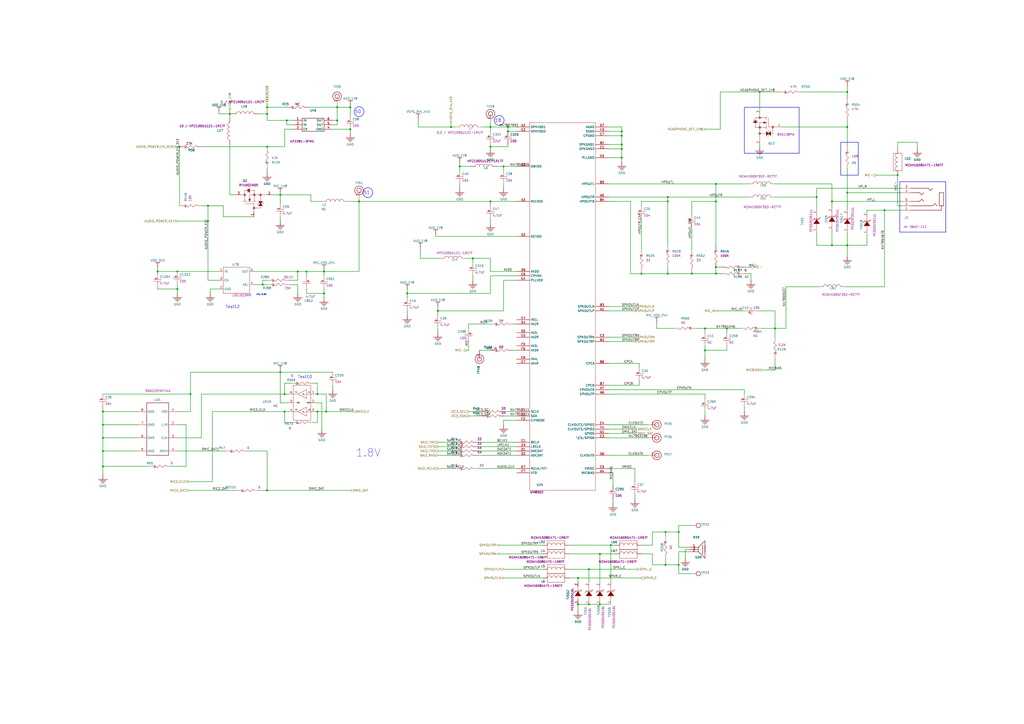
<source format=kicad_sch>
(kicad_sch (version 20241004) (generator "eeschema") (generator_version "8.99")
  (paper "A2")
  (title_block (title "Librem 5 Mainboard") (date "2024-03-21") (rev "v1.0.6") (company "Purism SPC") (comment 1 "GNU GPLv3+") (comment 2 "Copyright"))
  (circle (center 208.28 64.77) (radius 2.845) (stroke (width 0.254)))
  (circle (center 213.36 111.76) (radius 2.845) (stroke (width 0.254)))
  (circle (center 289.56 69.85) (radius 2.845) (stroke (width 0.254)))
  (text "51" (at 210.82 113.03 0) (effects (font (size 1.905 1.905)) (justify left bottom)))
  (text "Test10" (at 172.72 219.71 0) (effects (font (size 1.651 1.651)) (justify left bottom)))
  (text "18" (at 287.02 71.12 0) (effects (font (size 1.905 1.905)) (justify left bottom)))
  (text "Test12" (at 130.81 179.07 0) (effects (font (size 1.651 1.651)) (justify left bottom)))
  (text "1.8V" (at 220.98 265.43 0) (effects (font (size 4.445 4.445)) (justify right bottom)))
  (text "Vfb=0.8V" (at 148.59 171.45 0) (effects (font (size 0.889 0.889)) (justify left bottom)))
  (text "50" (at 205.74 66.04 0) (effects (font (size 1.905 1.905)) (justify left bottom)))
  (junction (at 133.35 66.04))
  (junction (at 154.94 66.04))
  (junction (at 162.56 215.9))
  (junction (at 274.32 149.86))
  (junction (at 195.58 69.85))
  (junction (at 59.69 270.51))
  (junction (at 372.11 158.75))
  (junction (at 360.68 78.74))
  (junction (at 491.49 142.24))
  (junction (at 335.28 335.28))
  (junction (at 187.96 157.48))
  (junction (at 408.94 203.2))
  (junction (at 177.8 157.48))
  (junction (at 208.28 116.84))
  (junction (at 491.49 53.34))
  (junction (at 360.68 83.82))
  (junction (at 166.37 69.85))
  (junction (at 294.64 76.2))
  (junction (at 415.29 106.68))
  (junction (at 172.72 157.48))
  (junction (at 261.62 73.66))
  (junction (at 59.69 254))
  (junction (at 152.4 165.1))
  (junction (at 59.69 246.38))
  (junction (at 513.08 121.92))
  (junction (at 491.49 73.66))
  (junction (at 415.29 158.75))
  (junction (at 387.35 116.84))
  (junction (at 236.22 170.18))
  (junction (at 347.98 321.31))
  (junction (at 341.63 350.52))
  (junction (at 165.1 238.76))
  (junction (at 354.33 316.23))
  (junction (at 59.69 261.62))
  (junction (at 165.1 228.6))
  (junction (at 482.6 142.24))
  (junction (at 292.1 96.52))
  (junction (at 393.7 308.61))
  (junction (at 154.94 284.48))
  (junction (at 203.2 62.23))
  (junction (at 284.48 73.66))
  (junction (at 520.7 101.6))
  (junction (at 449.58 190.5))
  (junction (at 120.65 119.38))
  (junction (at 387.35 114.3))
  (junction (at 408.94 190.5))
  (junction (at 104.14 85.09))
  (junction (at 102.87 167.64))
  (junction (at 154.94 62.23))
  (junction (at 110.49 228.6))
  (junction (at 187.96 170.18))
  (junction (at 360.68 91.44))
  (junction (at 189.23 238.76))
  (junction (at 91.44 157.48))
  (junction (at 386.08 327.66))
  (junction (at 59.69 238.76))
  (junction (at 421.64 190.5))
  (junction (at 440.69 53.34))
  (junction (at 203.2 74.93))
  (junction (at 284.48 116.84))
  (junction (at 482.6 116.84))
  (junction (at 154.94 85.09))
  (junction (at 120.65 128.27))
  (junction (at 386.08 308.61))
  (junction (at 415.29 154.94))
  (junction (at 254 180.34))
  (junction (at 266.7 96.52))
  (junction (at 341.63 330.2))
  (junction (at 360.68 76.2))
  (junction (at 195.58 62.23))
  (junction (at 335.28 350.52))
  (junction (at 102.87 157.48))
  (junction (at 401.32 158.75))
  (junction (at 491.49 111.76))
  (junction (at 473.71 114.3))
  (junction (at 162.56 113.03))
  (junction (at 360.68 86.36))
  (junction (at 415.29 116.84))
  (junction (at 184.15 238.76))
  (junction (at 393.7 327.66))
  (junction (at 284.48 85.09))
  (junction (at 294.64 73.66))
  (junction (at 387.35 158.75))
  (junction (at 184.15 228.6))
  (junction (at 347.98 350.52))
  (wire (pts (xy 193.04 226.06) (xy 193.04 223.52)) (stroke (width 0.254)))
  (wire (pts (xy 375.92 264.16) (xy 353.06 264.16)) (stroke (width 0.254)))
  (wire (pts (xy 401.32 116.84) (xy 401.32 124.46)) (stroke (width 0.254)))
  (wire (pts (xy 261.62 71.12) (xy 261.62 73.66)) (stroke (width 0.254)))
  (wire (pts (xy 154.94 66.04) (xy 154.94 69.85)) (stroke (width 0.254)))
  (wire (pts (xy 393.7 308.61) (xy 393.7 304.8)) (stroke (width 0.254)))
  (wire (pts (xy 110.49 228.6) (xy 110.49 238.76)) (stroke (width 0.254)))
  (wire (pts (xy 353.06 86.36) (xy 360.68 86.36)) (stroke (width 0.254)))
  (wire (pts (xy 401.32 158.75) (xy 415.29 158.75)) (stroke (width 0.254)))
  (wire (pts (xy 502.92 142.24) (xy 502.92 135.89)) (stroke (width 0.254)))
  (polyline (pts (xy 487.68 82.55) (xy 487.68 101.6)) (stroke (width 0.254) (type solid)))
  (wire (pts (xy 335.28 337.82) (xy 335.28 335.28)) (stroke (width 0.254)))
  (wire (pts (xy 184.15 228.6) (xy 189.23 228.6)) (stroke (width 0.254)))
  (wire (pts (xy 299.72 238.76) (xy 292.1 238.76)) (stroke (width 0.254)))
  (wire (pts (xy 279.4 241.3) (xy 271.78 241.3)) (stroke (width 0.254)))
  (wire (pts (xy 180.34 113.03) (xy 162.56 113.03)) (stroke (width 0.254)))
  (wire (pts (xy 421.64 190.5) (xy 429.26 190.5)) (stroke (width 0.254)))
  (wire (pts (xy 341.63 337.82) (xy 341.63 330.2)) (stroke (width 0.254)))
  (wire (pts (xy 127 157.48) (xy 102.87 157.48)) (stroke (width 0.254)))
  (wire (pts (xy 417.83 53.34) (xy 417.83 74.93)) (stroke (width 0.254)))
  (wire (pts (xy 431.8 226.06) (xy 431.8 228.6)) (stroke (width 0.254)))
  (wire (pts (xy 453.39 73.66) (xy 491.49 73.66)) (stroke (width 0.254)))
  (wire (pts (xy 168.91 222.25) (xy 165.1 222.25)) (stroke (width 0.254)))
  (wire (pts (xy 107.95 246.38) (xy 107.95 270.51)) (stroke (width 0.254)))
  (wire (pts (xy 419.1 154.94) (xy 415.29 154.94)) (stroke (width 0.254)))
  (wire (pts (xy 166.37 62.23) (xy 154.94 62.23)) (stroke (width 0.254)))
  (wire (pts (xy 335.28 350.52) (xy 341.63 350.52)) (stroke (width 0.254)))
  (polyline (pts (xy 463.55 62.23) (xy 431.8 62.23)) (stroke (width 0.254) (type solid)))
  (wire (pts (xy 372.11 116.84) (xy 372.11 119.38)) (stroke (width 0.254)))
  (wire (pts (xy 274.32 152.4) (xy 274.32 149.86)) (stroke (width 0.254)))
  (wire (pts (xy 513.08 121.92) (xy 502.92 121.92)) (stroke (width 0.254)))
  (polyline (pts (xy 521.97 105.41) (xy 521.97 134.62)) (stroke (width 0.254) (type solid)))
  (wire (pts (xy 236.22 170.18) (xy 284.48 170.18)) (stroke (width 0.254)))
  (wire (pts (xy 347.98 321.31) (xy 347.98 337.82)) (stroke (width 0.254)))
  (wire (pts (xy 353.06 246.38) (xy 375.92 246.38)) (stroke (width 0.254)))
  (wire (pts (xy 91.44 167.64) (xy 91.44 166.37)) (stroke (width 0.254)))
  (wire (pts (xy 180.34 116.84) (xy 180.34 113.03)) (stroke (width 0.254)))
  (wire (pts (xy 473.71 114.3) (xy 449.58 114.3)) (stroke (width 0.254)))
  (wire (pts (xy 162.56 118.11) (xy 162.56 113.03)) (stroke (width 0.254)))
  (wire (pts (xy 330.2 321.31) (xy 347.98 321.31)) (stroke (width 0.254)))
  (wire (pts (xy 59.69 236.22) (xy 59.69 238.76)) (stroke (width 0.254)))
  (wire (pts (xy 208.28 115.57) (xy 208.28 116.84)) (stroke (width 0.254)))
  (wire (pts (xy 370.84 213.36) (xy 370.84 210.82)) (stroke (width 0.254)))
  (wire (pts (xy 415.29 158.75) (xy 415.29 154.94)) (stroke (width 0.254)))
  (wire (pts (xy 299.72 241.3) (xy 292.1 241.3)) (stroke (width 0.254)))
  (wire (pts (xy 264.16 256.54) (xy 254 256.54)) (stroke (width 0.254)))
  (wire (pts (xy 431.8 154.94) (xy 435.61 154.94)) (stroke (width 0.254)))
  (wire (pts (xy 284.48 129.54) (xy 284.48 127)) (stroke (width 0.254)))
  (wire (pts (xy 162.56 215.9) (xy 162.56 214.63)) (stroke (width 0.254)))
  (wire (pts (xy 408.94 200.66) (xy 408.94 203.2)) (stroke (width 0.254)))
  (wire (pts (xy 80.01 261.62) (xy 59.69 261.62)) (stroke (width 0.254)))
  (wire (pts (xy 271.78 187.96) (xy 271.78 190.5)) (stroke (width 0.254)))
  (wire (pts (xy 464.82 53.34) (xy 491.49 53.34)) (stroke (width 0.254)))
  (wire (pts (xy 520.7 86.36) (xy 520.7 82.55)) (stroke (width 0.254)))
  (polyline (pts (xy 487.68 101.6) (xy 497.84 101.6)) (stroke (width 0.254) (type solid)))
  (wire (pts (xy 284.48 119.38) (xy 284.48 116.84)) (stroke (width 0.254)))
  (wire (pts (xy 353.06 180.34) (xy 368.3 180.34)) (stroke (width 0.254)))
  (wire (pts (xy 335.28 335.28) (xy 330.2 335.28)) (stroke (width 0.254)))
  (wire (pts (xy 284.48 73.66) (xy 279.4 73.66)) (stroke (width 0.254)))
  (polyline (pts (xy 431.8 88.9) (xy 463.55 88.9)) (stroke (width 0.254) (type solid)))
  (wire (pts (xy 360.68 91.44) (xy 360.68 93.98)) (stroke (width 0.254)))
  (wire (pts (xy 473.71 121.92) (xy 473.71 114.3)) (stroke (width 0.254)))
  (wire (pts (xy 299.72 76.2) (xy 294.64 76.2)) (stroke (width 0.254)))
  (wire (pts (xy 353.06 76.2) (xy 360.68 76.2)) (stroke (width 0.254)))
  (wire (pts (xy 393.7 320.04) (xy 400.05 320.04)) (stroke (width 0.254)))
  (wire (pts (xy 170.18 69.85) (xy 166.37 69.85)) (stroke (width 0.254)))
  (wire (pts (xy 520.7 101.6) (xy 520.7 119.38)) (stroke (width 0.254)))
  (wire (pts (xy 236.22 170.18) (xy 236.22 167.64)) (stroke (width 0.254)))
  (wire (pts (xy 299.72 271.78) (xy 276.86 271.78)) (stroke (width 0.254)))
  (wire (pts (xy 264.16 271.78) (xy 254 271.78)) (stroke (width 0.254)))
  (wire (pts (xy 353.06 91.44) (xy 360.68 91.44)) (stroke (width 0.254)))
  (wire (pts (xy 440.69 83.82) (xy 440.69 85.09)) (stroke (width 0.254)))
  (wire (pts (xy 110.49 238.76) (xy 102.87 238.76)) (stroke (width 0.254)))
  (wire (pts (xy 120.65 128.27) (xy 102.87 128.27)) (stroke (width 0.254)))
  (wire (pts (xy 403.86 190.5) (xy 408.94 190.5)) (stroke (width 0.254)))
  (wire (pts (xy 271.78 198.12) (xy 271.78 203.2)) (stroke (width 0.254)))
  (wire (pts (xy 353.06 177.8) (xy 368.3 177.8)) (stroke (width 0.254)))
  (wire (pts (xy 154.94 97.79) (xy 154.94 100.33)) (stroke (width 0.254)))
  (polyline (pts (xy 497.84 82.55) (xy 487.68 82.55)) (stroke (width 0.254) (type solid)))
  (wire (pts (xy 335.28 335.28) (xy 372.11 335.28)) (stroke (width 0.254)))
  (wire (pts (xy 284.48 86.36) (xy 284.48 85.09)) (stroke (width 0.254)))
  (wire (pts (xy 365.76 158.75) (xy 365.76 116.84)) (stroke (width 0.254)))
  (wire (pts (xy 401.32 132.08) (xy 401.32 144.78)) (stroke (width 0.254)))
  (wire (pts (xy 255.27 149.86) (xy 243.84 149.86)) (stroke (width 0.254)))
  (wire (pts (xy 236.22 182.88) (xy 236.22 180.34)) (stroke (width 0.254)))
  (wire (pts (xy 299.72 157.48) (xy 284.48 157.48)) (stroke (width 0.254)))
  (wire (pts (xy 353.06 251.46) (xy 368.3 251.46)) (stroke (width 0.254)))
  (wire (pts (xy 523.24 109.22) (xy 473.71 109.22)) (stroke (width 0.254)))
  (wire (pts (xy 261.62 73.66) (xy 242.57 73.66)) (stroke (width 0.254)))
  (wire (pts (xy 264.16 259.08) (xy 254 259.08)) (stroke (width 0.254)))
  (wire (pts (xy 91.44 157.48) (xy 91.44 158.75)) (stroke (width 0.254)))
  (wire (pts (xy 449.58 214.63) (xy 441.96 214.63)) (stroke (width 0.254)))
  (wire (pts (xy 137.16 113.03) (xy 133.35 113.03)) (stroke (width 0.254)))
  (wire (pts (xy 408.94 190.5) (xy 408.94 193.04)) (stroke (width 0.254)))
  (wire (pts (xy 284.48 187.96) (xy 271.78 187.96)) (stroke (width 0.254)))
  (wire (pts (xy 242.57 73.66) (xy 242.57 68.58)) (stroke (width 0.254)))
  (wire (pts (xy 208.28 116.84) (xy 284.48 116.84)) (stroke (width 0.254)))
  (wire (pts (xy 127 64.77) (xy 127 66.04)) (stroke (width 0.254)))
  (wire (pts (xy 353.06 226.06) (xy 431.8 226.06)) (stroke (width 0.254)))
  (wire (pts (xy 59.69 228.6) (xy 110.49 228.6)) (stroke (width 0.254)))
  (wire (pts (xy 440.69 53.34) (xy 417.83 53.34)) (stroke (width 0.254)))
  (wire (pts (xy 353.06 195.58) (xy 368.3 195.58)) (stroke (width 0.254)))
  (wire (pts (xy 182.88 228.6) (xy 184.15 228.6)) (stroke (width 0.254)))
  (wire (pts (xy 520.7 101.6) (xy 508 101.6)) (stroke (width 0.254)))
  (wire (pts (xy 152.4 165.1) (xy 152.4 162.56)) (stroke (width 0.254)))
  (wire (pts (xy 299.72 162.56) (xy 292.1 162.56)) (stroke (width 0.254)))
  (wire (pts (xy 386.08 311.15) (xy 386.08 308.61)) (stroke (width 0.254)))
  (wire (pts (xy 59.69 254) (xy 59.69 261.62)) (stroke (width 0.254)))
  (wire (pts (xy 455.93 166.37) (xy 474.98 166.37)) (stroke (width 0.254)))
  (wire (pts (xy 387.35 114.3) (xy 387.35 116.84)) (stroke (width 0.254)))
  (wire (pts (xy 162.56 215.9) (xy 193.04 215.9)) (stroke (width 0.254)))
  (wire (pts (xy 189.23 228.6) (xy 189.23 238.76)) (stroke (width 0.254)))
  (wire (pts (xy 186.69 233.68) (xy 186.69 248.92)) (stroke (width 0.254)))
  (wire (pts (xy 165.1 74.93) (xy 170.18 74.93)) (stroke (width 0.254)))
  (wire (pts (xy 482.6 142.24) (xy 482.6 133.35)) (stroke (width 0.254)))
  (wire (pts (xy 523.24 116.84) (xy 482.6 116.84)) (stroke (width 0.254)))
  (wire (pts (xy 137.16 284.48) (xy 109.22 284.48)) (stroke (width 0.254)))
  (wire (pts (xy 86.36 270.51) (xy 59.69 270.51)) (stroke (width 0.254)))
  (wire (pts (xy 532.13 82.55) (xy 532.13 86.36)) (stroke (width 0.254)))
  (wire (pts (xy 254 182.88) (xy 254 180.34)) (stroke (width 0.254)))
  (wire (pts (xy 440.69 53.34) (xy 440.69 63.5)) (stroke (width 0.254)))
  (wire (pts (xy 133.35 113.03) (xy 133.35 83.82)) (stroke (width 0.254)))
  (wire (pts (xy 360.68 73.66) (xy 353.06 73.66)) (stroke (width 0.254)))
  (wire (pts (xy 314.96 316.23) (xy 289.56 316.23)) (stroke (width 0.254)))
  (wire (pts (xy 482.6 142.24) (xy 473.71 142.24)) (stroke (width 0.254)))
  (polyline (pts (xy 548.64 134.62) (xy 548.64 105.41)) (stroke (width 0.254) (type solid)))
  (wire (pts (xy 393.7 327.66) (xy 393.7 320.04)) (stroke (width 0.254)))
  (wire (pts (xy 294.64 83.82) (xy 294.64 85.09)) (stroke (width 0.254)))
  (wire (pts (xy 189.23 238.76) (xy 204.47 238.76)) (stroke (width 0.254)))
  (wire (pts (xy 123.19 238.76) (xy 123.19 279.4)) (stroke (width 0.254)))
  (wire (pts (xy 116.84 228.6) (xy 116.84 254)) (stroke (width 0.254)))
  (wire (pts (xy 299.72 96.52) (xy 292.1 96.52)) (stroke (width 0.254)))
  (wire (pts (xy 314.96 335.28) (xy 292.1 335.28)) (stroke (width 0.254)))
  (wire (pts (xy 415.29 116.84) (xy 401.32 116.84)) (stroke (width 0.254)))
  (wire (pts (xy 408.94 203.2) (xy 421.64 203.2)) (stroke (width 0.254)))
  (wire (pts (xy 165.1 238.76) (xy 167.64 238.76)) (stroke (width 0.254)))
  (wire (pts (xy 491.49 85.09) (xy 491.49 73.66)) (stroke (width 0.254)))
  (wire (pts (xy 400.05 317.5) (xy 393.7 317.5)) (stroke (width 0.254)))
  (wire (pts (xy 193.04 74.93) (xy 203.2 74.93)) (stroke (width 0.254)))
  (wire (pts (xy 172.72 162.56) (xy 172.72 157.48)) (stroke (width 0.254)))
  (wire (pts (xy 491.49 53.34) (xy 491.49 49.53)) (stroke (width 0.254)))
  (wire (pts (xy 116.84 254) (xy 102.87 254)) (stroke (width 0.254)))
  (wire (pts (xy 502.92 121.92) (xy 502.92 123.19)) (stroke (width 0.254)))
  (wire (pts (xy 165.1 238.76) (xy 123.19 238.76)) (stroke (width 0.254)))
  (wire (pts (xy 435.61 158.75) (xy 435.61 162.56)) (stroke (width 0.254)))
  (wire (pts (xy 195.58 69.85) (xy 195.58 62.23)) (stroke (width 0.254)))
  (wire (pts (xy 372.11 321.31) (xy 378.46 321.31)) (stroke (width 0.254)))
  (wire (pts (xy 102.87 246.38) (xy 107.95 246.38)) (stroke (width 0.254)))
  (wire (pts (xy 353.06 271.78) (xy 368.3 271.78)) (stroke (width 0.254)))
  (wire (pts (xy 439.42 180.34) (xy 449.58 180.34)) (stroke (width 0.254)))
  (wire (pts (xy 354.33 350.52) (xy 347.98 350.52)) (stroke (width 0.254)))
  (wire (pts (xy 127 162.56) (xy 120.65 162.56)) (stroke (width 0.254)))
  (wire (pts (xy 166.37 69.85) (xy 154.94 69.85)) (stroke (width 0.254)))
  (wire (pts (xy 154.94 85.09) (xy 165.1 85.09)) (stroke (width 0.254)))
  (wire (pts (xy 271.78 203.2) (xy 270.51 203.2)) (stroke (width 0.254)))
  (wire (pts (xy 415.29 106.68) (xy 353.06 106.68)) (stroke (width 0.254)))
  (wire (pts (xy 172.72 157.48) (xy 177.8 157.48)) (stroke (width 0.254)))
  (wire (pts (xy 184.15 245.11) (xy 184.15 238.76)) (stroke (width 0.254)))
  (wire (pts (xy 491.49 111.76) (xy 491.49 97.79)) (stroke (width 0.254)))
  (wire (pts (xy 368.3 248.92) (xy 353.06 248.92)) (stroke (width 0.254)))
  (wire (pts (xy 292.1 180.34) (xy 254 180.34)) (stroke (width 0.254)))
  (wire (pts (xy 162.56 233.68) (xy 162.56 215.9)) (stroke (width 0.254)))
  (polyline (pts (xy 548.64 105.41) (xy 521.97 105.41)) (stroke (width 0.254) (type solid)))
  (wire (pts (xy 491.49 142.24) (xy 502.92 142.24)) (stroke (width 0.254)))
  (wire (pts (xy 264.16 73.66) (xy 261.62 73.66)) (stroke (width 0.254)))
  (wire (pts (xy 299.72 259.08) (xy 276.86 259.08)) (stroke (width 0.254)))
  (wire (pts (xy 284.48 157.48) (xy 284.48 149.86)) (stroke (width 0.254)))
  (wire (pts (xy 254 193.04) (xy 254 190.5)) (stroke (width 0.254)))
  (wire (pts (xy 254 180.34) (xy 254 177.8)) (stroke (width 0.254)))
  (wire (pts (xy 355.6 292.1) (xy 355.6 289.56)) (stroke (width 0.254)))
  (wire (pts (xy 284.48 203.2) (xy 278.13 203.2)) (stroke (width 0.254)))
  (wire (pts (xy 195.58 62.23) (xy 203.2 62.23)) (stroke (width 0.254)))
  (wire (pts (xy 184.15 238.76) (xy 182.88 238.76)) (stroke (width 0.254)))
  (wire (pts (xy 154.94 165.1) (xy 152.4 165.1)) (stroke (width 0.254)))
  (wire (pts (xy 356.87 321.31) (xy 347.98 321.31)) (stroke (width 0.254)))
  (wire (pts (xy 292.1 99.06) (xy 292.1 96.52)) (stroke (width 0.254)))
  (wire (pts (xy 370.84 223.52) (xy 353.06 223.52)) (stroke (width 0.254)))
  (wire (pts (xy 184.15 222.25) (xy 184.15 228.6)) (stroke (width 0.254)))
  (wire (pts (xy 193.04 69.85) (xy 195.58 69.85)) (stroke (width 0.254)))
  (wire (pts (xy 129.54 119.38) (xy 129.54 125.73)) (stroke (width 0.254)))
  (wire (pts (xy 355.6 274.32) (xy 353.06 274.32)) (stroke (width 0.254)))
  (wire (pts (xy 449.58 180.34) (xy 449.58 190.5)) (stroke (width 0.254)))
  (wire (pts (xy 408.94 241.3) (xy 408.94 238.76)) (stroke (width 0.254)))
  (wire (pts (xy 370.84 220.98) (xy 370.84 223.52)) (stroke (width 0.254)))
  (wire (pts (xy 292.1 162.56) (xy 292.1 180.34)) (stroke (width 0.254)))
  (wire (pts (xy 393.7 304.8) (xy 401.32 304.8)) (stroke (width 0.254)))
  (wire (pts (xy 116.84 85.09) (xy 154.94 85.09)) (stroke (width 0.254)))
  (wire (pts (xy 203.2 284.48) (xy 154.94 284.48)) (stroke (width 0.254)))
  (wire (pts (xy 127 66.04) (xy 133.35 66.04)) (stroke (width 0.254)))
  (wire (pts (xy 491.49 142.24) (xy 491.49 134.62)) (stroke (width 0.254)))
  (wire (pts (xy 360.68 76.2) (xy 360.68 73.66)) (stroke (width 0.254)))
  (wire (pts (xy 266.7 96.52) (xy 266.7 99.06)) (stroke (width 0.254)))
  (wire (pts (xy 181.61 245.11) (xy 184.15 245.11)) (stroke (width 0.254)))
  (wire (pts (xy 193.04 72.39) (xy 195.58 72.39)) (stroke (width 0.254)))
  (wire (pts (xy 59.69 261.62) (xy 59.69 270.51)) (stroke (width 0.254)))
  (wire (pts (xy 523.24 111.76) (xy 491.49 111.76)) (stroke (width 0.254)))
  (wire (pts (xy 162.56 128.27) (xy 162.56 125.73)) (stroke (width 0.254)))
  (wire (pts (xy 80.01 254) (xy 59.69 254)) (stroke (width 0.254)))
  (wire (pts (xy 123.19 279.4) (xy 109.22 279.4)) (stroke (width 0.254)))
  (wire (pts (xy 167.64 228.6) (xy 165.1 228.6)) (stroke (width 0.254)))
  (wire (pts (xy 279.4 238.76) (xy 271.78 238.76)) (stroke (width 0.254)))
  (wire (pts (xy 162.56 111.76) (xy 162.56 113.03)) (stroke (width 0.254)))
  (wire (pts (xy 360.68 83.82) (xy 360.68 86.36)) (stroke (width 0.254)))
  (wire (pts (xy 431.8 180.34) (xy 416.56 180.34)) (stroke (width 0.254)))
  (wire (pts (xy 120.65 119.38) (xy 129.54 119.38)) (stroke (width 0.254)))
  (wire (pts (xy 387.35 116.84) (xy 372.11 116.84)) (stroke (width 0.254)))
  (wire (pts (xy 299.72 264.16) (xy 276.86 264.16)) (stroke (width 0.254)))
  (wire (pts (xy 353.06 228.6) (xy 408.94 228.6)) (stroke (width 0.254)))
  (wire (pts (xy 154.94 284.48) (xy 154.94 261.62)) (stroke (width 0.254)))
  (wire (pts (xy 491.49 57.15) (xy 491.49 53.34)) (stroke (width 0.254)))
  (wire (pts (xy 201.93 116.84) (xy 208.28 116.84)) (stroke (width 0.254)))
  (wire (pts (xy 102.87 157.48) (xy 91.44 157.48)) (stroke (width 0.254)))
  (wire (pts (xy 284.48 116.84) (xy 299.72 116.84)) (stroke (width 0.254)))
  (wire (pts (xy 421.64 203.2) (xy 421.64 200.66)) (stroke (width 0.254)))
  (wire (pts (xy 421.64 190.5) (xy 421.64 193.04)) (stroke (width 0.254)))
  (wire (pts (xy 154.94 60.96) (xy 154.94 62.23)) (stroke (width 0.254)))
  (wire (pts (xy 513.08 166.37) (xy 513.08 121.92)) (stroke (width 0.254)))
  (wire (pts (xy 372.11 316.23) (xy 378.46 316.23)) (stroke (width 0.254)))
  (wire (pts (xy 294.64 76.2) (xy 294.64 73.66)) (stroke (width 0.254)))
  (wire (pts (xy 181.61 222.25) (xy 184.15 222.25)) (stroke (width 0.254)))
  (wire (pts (xy 80.01 246.38) (xy 59.69 246.38)) (stroke (width 0.254)))
  (wire (pts (xy 189.23 238.76) (xy 184.15 238.76)) (stroke (width 0.254)))
  (wire (pts (xy 243.84 149.86) (xy 243.84 143.51)) (stroke (width 0.254)))
  (wire (pts (xy 294.64 85.09) (xy 284.48 85.09)) (stroke (width 0.254)))
  (wire (pts (xy 165.1 228.6) (xy 116.84 228.6)) (stroke (width 0.254)))
  (wire (pts (xy 110.49 215.9) (xy 162.56 215.9)) (stroke (width 0.254)))
  (wire (pts (xy 378.46 308.61) (xy 386.08 308.61)) (stroke (width 0.254)))
  (wire (pts (xy 314.96 330.2) (xy 292.1 330.2)) (stroke (width 0.254)))
  (wire (pts (xy 341.63 330.2) (xy 330.2 330.2)) (stroke (width 0.254)))
  (wire (pts (xy 335.28 350.52) (xy 335.28 354.33)) (stroke (width 0.254)))
  (wire (pts (xy 165.1 85.09) (xy 165.1 74.93)) (stroke (width 0.254)))
  (wire (pts (xy 393.7 317.5) (xy 393.7 308.61)) (stroke (width 0.254)))
  (wire (pts (xy 353.06 198.12) (xy 368.3 198.12)) (stroke (width 0.254)))
  (wire (pts (xy 415.29 106.68) (xy 434.34 106.68)) (stroke (width 0.254)))
  (wire (pts (xy 264.16 264.16) (xy 254 264.16)) (stroke (width 0.254)))
  (wire (pts (xy 401.32 332.74) (xy 393.7 332.74)) (stroke (width 0.254)))
  (wire (pts (xy 299.72 73.66) (xy 294.64 73.66)) (stroke (width 0.254)))
  (wire (pts (xy 167.64 233.68) (xy 162.56 233.68)) (stroke (width 0.254)))
  (wire (pts (xy 284.48 71.12) (xy 284.48 73.66)) (stroke (width 0.254)))
  (wire (pts (xy 59.69 246.38) (xy 59.69 254)) (stroke (width 0.254)))
  (wire (pts (xy 408.94 203.2) (xy 408.94 208.28)) (stroke (width 0.254)))
  (wire (pts (xy 91.44 157.48) (xy 91.44 154.94)) (stroke (width 0.254)))
  (wire (pts (xy 147.32 157.48) (xy 172.72 157.48)) (stroke (width 0.254)))
  (wire (pts (xy 491.49 142.24) (xy 491.49 148.59)) (stroke (width 0.254)))
  (wire (pts (xy 149.86 66.04) (xy 154.94 66.04)) (stroke (width 0.254)))
  (wire (pts (xy 203.2 67.31) (xy 203.2 62.23)) (stroke (width 0.254)))
  (wire (pts (xy 133.35 66.04) (xy 133.35 68.58)) (stroke (width 0.254)))
  (wire (pts (xy 408.94 228.6) (xy 408.94 231.14)) (stroke (width 0.254)))
  (wire (pts (xy 370.84 210.82) (xy 353.06 210.82)) (stroke (width 0.254)))
  (wire (pts (xy 172.72 165.1) (xy 172.72 170.18)) (stroke (width 0.254)))
  (wire (pts (xy 360.68 78.74) (xy 360.68 83.82)) (stroke (width 0.254)))
  (wire (pts (xy 368.3 271.78) (xy 368.3 279.4)) (stroke (width 0.254)))
  (wire (pts (xy 431.8 158.75) (xy 435.61 158.75)) (stroke (width 0.254)))
  (wire (pts (xy 292.1 243.84) (xy 292.1 246.38)) (stroke (width 0.254)))
  (wire (pts (xy 353.06 78.74) (xy 360.68 78.74)) (stroke (width 0.254)))
  (wire (pts (xy 102.87 167.64) (xy 102.87 165.1)) (stroke (width 0.254)))
  (wire (pts (xy 299.72 256.54) (xy 276.86 256.54)) (stroke (width 0.254)))
  (wire (pts (xy 355.6 281.94) (xy 355.6 274.32)) (stroke (width 0.254)))
  (wire (pts (xy 372.11 157.48) (xy 372.11 158.75)) (stroke (width 0.254)))
  (wire (pts (xy 165.1 222.25) (xy 165.1 228.6)) (stroke (width 0.254)))
  (wire (pts (xy 375.92 254) (xy 353.06 254)) (stroke (width 0.254)))
  (wire (pts (xy 154.94 62.23) (xy 154.94 66.04)) (stroke (width 0.254)))
  (wire (pts (xy 177.8 160.02) (xy 177.8 157.48)) (stroke (width 0.254)))
  (wire (pts (xy 330.2 316.23) (xy 354.33 316.23)) (stroke (width 0.254)))
  (wire (pts (xy 102.87 261.62) (xy 130.81 261.62)) (stroke (width 0.254)))
  (wire (pts (xy 378.46 316.23) (xy 378.46 308.61)) (stroke (width 0.254)))
  (wire (pts (xy 149.86 284.48) (xy 154.94 284.48)) (stroke (width 0.254)))
  (wire (pts (xy 266.7 109.22) (xy 266.7 106.68)) (stroke (width 0.254)))
  (wire (pts (xy 165.1 245.11) (xy 165.1 238.76)) (stroke (width 0.254)))
  (wire (pts (xy 386.08 323.85) (xy 386.08 327.66)) (stroke (width 0.254)))
  (wire (pts (xy 473.71 142.24) (xy 473.71 134.62)) (stroke (width 0.254)))
  (wire (pts (xy 152.4 165.1) (xy 147.32 165.1)) (stroke (width 0.254)))
  (wire (pts (xy 341.63 350.52) (xy 347.98 350.52)) (stroke (width 0.254)))
  (wire (pts (xy 299.72 243.84) (xy 292.1 243.84)) (stroke (width 0.254)))
  (wire (pts (xy 266.7 96.52) (xy 266.7 93.98)) (stroke (width 0.254)))
  (wire (pts (xy 360.68 86.36) (xy 360.68 91.44)) (stroke (width 0.254)))
  (wire (pts (xy 520.7 82.55) (xy 532.13 82.55)) (stroke (width 0.254)))
  (wire (pts (xy 187.96 160.02) (xy 187.96 157.48)) (stroke (width 0.254)))
  (wire (pts (xy 80.01 238.76) (xy 59.69 238.76)) (stroke (width 0.254)))
  (wire (pts (xy 415.29 142.24) (xy 415.29 116.84)) (stroke (width 0.254)))
  (wire (pts (xy 177.8 167.64) (xy 177.8 170.18)) (stroke (width 0.254)))
  (wire (pts (xy 491.49 73.66) (xy 491.49 69.85)) (stroke (width 0.254)))
  (wire (pts (xy 284.48 160.02) (xy 299.72 160.02)) (stroke (width 0.254)))
  (wire (pts (xy 314.96 321.31) (xy 289.56 321.31)) (stroke (width 0.254)))
  (wire (pts (xy 284.48 149.86) (xy 274.32 149.86)) (stroke (width 0.254)))
  (wire (pts (xy 354.33 337.82) (xy 354.33 316.23)) (stroke (width 0.254)))
  (wire (pts (xy 177.8 170.18) (xy 187.96 170.18)) (stroke (width 0.254)))
  (wire (pts (xy 274.32 162.56) (xy 274.32 160.02)) (stroke (width 0.254)))
  (wire (pts (xy 381 190.5) (xy 381 186.69)) (stroke (width 0.254)))
  (wire (pts (xy 134.62 66.04) (xy 133.35 66.04)) (stroke (width 0.254)))
  (polyline (pts (xy 463.55 88.9) (xy 463.55 62.23)) (stroke (width 0.254) (type solid)))
  (wire (pts (xy 274.32 149.86) (xy 270.51 149.86)) (stroke (width 0.254)))
  (wire (pts (xy 167.64 162.56) (xy 172.72 162.56)) (stroke (width 0.254)))
  (wire (pts (xy 378.46 327.66) (xy 386.08 327.66)) (stroke (width 0.254)))
  (wire (pts (xy 252.73 137.16) (xy 299.72 137.16)) (stroke (width 0.254)))
  (wire (pts (xy 452.12 53.34) (xy 440.69 53.34)) (stroke (width 0.254)))
  (wire (pts (xy 441.96 190.5) (xy 449.58 190.5)) (stroke (width 0.254)))
  (wire (pts (xy 449.58 208.28) (xy 449.58 214.63)) (stroke (width 0.254)))
  (wire (pts (xy 59.69 238.76) (xy 59.69 246.38)) (stroke (width 0.254)))
  (wire (pts (xy 431.8 238.76) (xy 431.8 236.22)) (stroke (width 0.254)))
  (wire (pts (xy 297.18 187.96) (xy 299.72 187.96)) (stroke (width 0.254)))
  (wire (pts (xy 208.28 157.48) (xy 208.28 116.84)) (stroke (width 0.254)))
  (wire (pts (xy 236.22 172.72) (xy 236.22 170.18)) (stroke (width 0.254)))
  (wire (pts (xy 152.4 162.56) (xy 154.94 162.56)) (stroke (width 0.254)))
  (wire (pts (xy 455.93 190.5) (xy 455.93 166.37)) (stroke (width 0.254)))
  (polyline (pts (xy 521.97 134.62) (xy 548.64 134.62)) (stroke (width 0.254) (type solid)))
  (wire (pts (xy 116.84 119.38) (xy 120.65 119.38)) (stroke (width 0.254)))
  (wire (pts (xy 401.32 157.48) (xy 401.32 158.75)) (stroke (width 0.254)))
  (wire (pts (xy 170.18 72.39) (xy 166.37 72.39)) (stroke (width 0.254)))
  (polyline (pts (xy 431.8 62.23) (xy 431.8 88.9)) (stroke (width 0.254) (type solid)))
  (wire (pts (xy 264.16 261.62) (xy 254 261.62)) (stroke (width 0.254)))
  (wire (pts (xy 59.69 270.51) (xy 59.69 275.59)) (stroke (width 0.254)))
  (wire (pts (xy 167.64 165.1) (xy 172.72 165.1)) (stroke (width 0.254)))
  (wire (pts (xy 449.58 190.5) (xy 455.93 190.5)) (stroke (width 0.254)))
  (wire (pts (xy 182.88 233.68) (xy 186.69 233.68)) (stroke (width 0.254)))
  (wire (pts (xy 491.49 121.92) (xy 491.49 111.76)) (stroke (width 0.254)))
  (wire (pts (xy 129.54 125.73) (xy 147.32 125.73)) (stroke (width 0.254)))
  (wire (pts (xy 284.48 170.18) (xy 284.48 160.02)) (stroke (width 0.254)))
  (wire (pts (xy 203.2 62.23) (xy 203.2 60.96)) (stroke (width 0.254)))
  (wire (pts (xy 179.07 62.23) (xy 195.58 62.23)) (stroke (width 0.254)))
  (wire (pts (xy 400.05 318.77) (xy 397.51 318.77)) (stroke (width 0.254)))
  (wire (pts (xy 203.2 77.47) (xy 203.2 74.93)) (stroke (width 0.254)))
  (wire (pts (xy 368.3 289.56) (xy 368.3 287.02)) (stroke (width 0.254)))
  (wire (pts (xy 449.58 195.58) (xy 449.58 190.5)) (stroke (width 0.254)))
  (wire (pts (xy 520.7 119.38) (xy 523.24 119.38)) (stroke (width 0.254)))
  (wire (pts (xy 408.94 190.5) (xy 421.64 190.5)) (stroke (width 0.254)))
  (wire (pts (xy 154.94 261.62) (xy 143.51 261.62)) (stroke (width 0.254)))
  (wire (pts (xy 473.71 109.22) (xy 473.71 114.3)) (stroke (width 0.254)))
  (wire (pts (xy 107.95 270.51) (xy 99.06 270.51)) (stroke (width 0.254)))
  (wire (pts (xy 187.96 157.48) (xy 187.96 156.21)) (stroke (width 0.254)))
  (wire (pts (xy 391.16 190.5) (xy 381 190.5)) (stroke (width 0.254)))
  (wire (pts (xy 415.29 116.84) (xy 415.29 106.68)) (stroke (width 0.254)))
  (wire (pts (xy 292.1 106.68) (xy 292.1 109.22)) (stroke (width 0.254)))
  (wire (pts (xy 354.33 316.23) (xy 356.87 316.23)) (stroke (width 0.254)))
  (wire (pts (xy 387.35 154.94) (xy 387.35 158.75)) (stroke (width 0.254)))
  (wire (pts (xy 523.24 121.92) (xy 513.08 121.92)) (stroke (width 0.254)))
  (wire (pts (xy 297.18 203.2) (xy 299.72 203.2)) (stroke (width 0.254)))
  (wire (pts (xy 187.96 157.48) (xy 208.28 157.48)) (stroke (width 0.254)))
  (wire (pts (xy 387.35 116.84) (xy 387.35 142.24)) (stroke (width 0.254)))
  (wire (pts (xy 372.11 144.78) (xy 372.11 127)) (stroke (width 0.254)))
  (wire (pts (xy 393.7 332.74) (xy 393.7 327.66)) (stroke (width 0.254)))
  (wire (pts (xy 387.35 158.75) (xy 401.32 158.75)) (stroke (width 0.254)))
  (wire (pts (xy 393.7 308.61) (xy 386.08 308.61)) (stroke (width 0.254)))
  (wire (pts (xy 110.49 228.6) (xy 110.49 215.9)) (stroke (width 0.254)))
  (wire (pts (xy 490.22 166.37) (xy 513.08 166.37)) (stroke (width 0.254)))
  (wire (pts (xy 252.73 135.89) (xy 252.73 137.16)) (stroke (width 0.254)))
  (wire (pts (xy 168.91 245.11) (xy 165.1 245.11)) (stroke (width 0.254)))
  (wire (pts (xy 102.87 167.64) (xy 91.44 167.64)) (stroke (width 0.254)))
  (wire (pts (xy 372.11 158.75) (xy 365.76 158.75)) (stroke (width 0.254)))
  (wire (pts (xy 353.06 83.82) (xy 360.68 83.82)) (stroke (width 0.254)))
  (wire (pts (xy 104.14 85.09) (xy 101.6 85.09)) (stroke (width 0.254)))
  (wire (pts (xy 419.1 158.75) (xy 415.29 158.75)) (stroke (width 0.254)))
  (wire (pts (xy 187.96 167.64) (xy 187.96 170.18)) (stroke (width 0.254)))
  (wire (pts (xy 482.6 142.24) (xy 491.49 142.24)) (stroke (width 0.254)))
  (wire (pts (xy 120.65 162.56) (xy 120.65 128.27)) (stroke (width 0.254)))
  (wire (pts (xy 365.76 116.84) (xy 353.06 116.84)) (stroke (width 0.254)))
  (wire (pts (xy 127 167.64) (xy 121.92 167.64)) (stroke (width 0.254)))
  (wire (pts (xy 386.08 327.66) (xy 393.7 327.66)) (stroke (width 0.254)))
  (wire (pts (xy 482.6 106.68) (xy 449.58 106.68)) (stroke (width 0.254)))
  (polyline (pts (xy 497.84 101.6) (xy 497.84 82.55)) (stroke (width 0.254) (type solid)))
  (wire (pts (xy 195.58 60.96) (xy 195.58 62.23)) (stroke (width 0.254)))
  (wire (pts (xy 284.48 73.66) (xy 284.48 76.2)) (stroke (width 0.254)))
  (wire (pts (xy 162.56 113.03) (xy 157.48 113.03)) (stroke (width 0.254)))
  (wire (pts (xy 482.6 120.65) (xy 482.6 116.84)) (stroke (width 0.254)))
  (wire (pts (xy 166.37 72.39) (xy 166.37 69.85)) (stroke (width 0.254)))
  (wire (pts (xy 387.35 114.3) (xy 434.34 114.3)) (stroke (width 0.254)))
  (wire (pts (xy 387.35 114.3) (xy 353.06 114.3)) (stroke (width 0.254)))
  (wire (pts (xy 102.87 167.64) (xy 102.87 170.18)) (stroke (width 0.254)))
  (wire (pts (xy 133.35 63.5) (xy 133.35 66.04)) (stroke (width 0.254)))
  (wire (pts (xy 120.65 128.27) (xy 120.65 119.38)) (stroke (width 0.254)))
  (wire (pts (xy 378.46 321.31) (xy 378.46 327.66)) (stroke (width 0.254)))
  (wire (pts (xy 341.63 330.2) (xy 369.57 330.2)) (stroke (width 0.254)))
  (wire (pts (xy 186.69 116.84) (xy 180.34 116.84)) (stroke (width 0.254)))
  (wire (pts (xy 284.48 85.09) (xy 284.48 83.82)) (stroke (width 0.254)))
  (wire (pts (xy 273.05 96.52) (xy 266.7 96.52)) (stroke (width 0.254)))
  (wire (pts (xy 104.14 119.38) (xy 104.14 85.09)) (stroke (width 0.254)))
  (wire (pts (xy 397.51 318.77) (xy 397.51 323.85)) (stroke (width 0.254)))
  (wire (pts (xy 195.58 72.39) (xy 195.58 69.85)) (stroke (width 0.254)))
  (wire (pts (xy 177.8 157.48) (xy 187.96 157.48)) (stroke (width 0.254)))
  (wire (pts (xy 417.83 74.93) (xy 408.94 74.93)) (stroke (width 0.254)))
  (wire (pts (xy 121.92 167.64) (xy 121.92 170.18)) (stroke (width 0.254)))
  (wire (pts (xy 299.72 261.62) (xy 276.86 261.62)) (stroke (width 0.254)))
  (wire (pts (xy 292.1 96.52) (xy 288.29 96.52)) (stroke (width 0.254)))
  (wire (pts (xy 187.96 170.18) (xy 187.96 172.72)) (stroke (width 0.254)))
  (wire (pts (xy 482.6 116.84) (xy 482.6 106.68)) (stroke (width 0.254)))
  (wire (pts (xy 372.11 158.75) (xy 387.35 158.75)) (stroke (width 0.254)))
  (wire (pts (xy 360.68 76.2) (xy 360.68 78.74)) (stroke (width 0.254)))
  (wire (pts (xy 294.64 73.66) (xy 284.48 73.66)) (stroke (width 0.254)))
  (label "CPCB" (at 361.95 223.52 0))
  (label "CPVOUTP" (at 381 228.6 0))
  (label "BCLK1" (at 288.29 256.54 0))
  (label "MIC_IN" (at 281.94 203.2 0))
  (label "I2C3_SDA" (at 275.59 241.3 0))
  (label "HPOUTL" (at 383.54 106.68 0))
  (label "HPOUTR_CAP" (at 372.11 135.89 90))
  (label "CPCA" (at 361.95 210.82 0))
  (label "SPKOUTLN" (at 360.68 177.8 0))
  (label "AUDIO_POWER_EN_3V3" (at 104.14 101.6 90))
  (label "CPVOUTN" (at 392.43 226.06 0))
  (label "DMIC_DAT" (at 179.07 284.48 0))
  (label "CLKOUT2" (at 364.49 246.38 0))
  (label "SPKOUTLP" (at 303.53 330.2 0))
  (label "N47955537" (at 455.93 177.8 90))
  (label "SPKOUTRN" (at 360.68 195.58 0))
  (label "N47807093" (at 289.56 73.66 0))
  (label "LRCLK1" (at 288.29 259.08 0))
  (label "MIC_IN" (at 424.18 180.34 0))
  (label "SAI2_TXC" (at 259.08 256.54 0))
  (label "AUDIO_CLK" (at 288.29 271.78 0))
  (label "AVDD" (at 292.1 157.48 0))
  (label "N47954246" (at 415.29 190.5 0))
  (label "DMICCLK" (at 360.68 248.92 0))
  (label "N47954670" (at 513.08 144.78 90))
  (label "SAI2_RXD" (at 259.08 264.16 0))
  (label "SPKOUTLN" (at 303.53 335.28 0))
  (label "DMICCLK" (at 196.85 238.76 0))
  (label "SPKOUTRP" (at 360.68 198.12 0))
  (label "CLKOUT5" (at 364.49 264.16 0))
  (label "HPOUTR" (at 411.48 114.3 0))
  (label "MIC-" (at 434.34 154.94 0))
  (label "DACDAT1" (at 288.29 261.62 0))
  (label "MIC-" (at 520.7 110.49 90))
  (label "SPKL_C" (at 355.6 330.2 0))
  (label "SPKOUTLP" (at 360.68 180.34 0))
  (label "MIC2_DAT" (at 123.19 284.48 0))
  (label "AUDIO_POWER_KEY" (at 120.65 144.78 90))
  (label "N47953196" (at 364.49 254 0))
  (label "N47952026" (at 295.91 96.52 0))
  (label "I2C3_SCL" (at 275.59 238.76 0))
  (label "SAI2_TXFS" (at 259.08 259.08 0))
  (label "SAI2_MCLK" (at 259.08 271.78 0))
  (label "VMIDC" (at 360.68 271.78 0))
  (label "MICBIAS" (at 445.77 214.63 0))
  (label "IN1R" (at 278.13 187.96 0))
  (label "SPKOUTRP" (at 302.26 316.23 0))
  (label "SAI2_TXD" (at 259.08 261.62 0))
  (label "SPKR_C" (at 353.06 335.28 0))
  (label "N47953114" (at 295.91 241.3 0))
  (label "MICBIAS" (at 355.6 278.13 90))
  (label "MIC2_CLK" (at 144.78 238.76 0))
  (label "DMIC_DAT1" (at 116.84 261.62 0))
  (label "ADCDAT1" (at 288.29 264.16 0))
  (label "HP_R" (at 497.84 109.22 0))
  (label "HEADPHONE_DET_1V8" (at 429.26 53.34 0))
  (label "DMIC_DAT" (at 360.68 251.46 0))
  (label "SPKOUTRN" (at 302.26 321.31 0))
  (label "MIC-" (at 271.78 200.66 90))
  (label "N47953111" (at 295.91 238.76 0))
  (label "HPOUTL_CAP" (at 401.32 138.43 90))
  (label "HP_L" (at 502.92 116.84 0))
  (hierarchical_label "SAI2_TXC" (shape passive) (at 254 256.54 180))
  (hierarchical_label "DMIC_DAT" (shape bidirectional) (at 203.2 284.48 0))
  (hierarchical_label "MICBIAS" (shape input) (at 441.96 214.63 180))
  (hierarchical_label "SPKOUTLN" (shape bidirectional) (at 292.1 335.28 180))
  (hierarchical_label "MIC2_DAT" (shape passive) (at 109.22 284.48 180))
  (hierarchical_label "AUDIO_POWER_KEY" (shape passive) (at 102.87 128.27 180))
  (hierarchical_label "I2C3_SDA" (shape passive) (at 271.78 241.3 180))
  (hierarchical_label "SPKOUTLP" (shape bidirectional) (at 368.3 180.34 0))
  (hierarchical_label "SAI2_RXD" (shape input) (at 254 264.16 180))
  (hierarchical_label "SPKL_C" (shape output) (at 369.57 330.2 0))
  (hierarchical_label "SPKOUTRN" (shape bidirectional) (at 368.3 195.58 0))
  (hierarchical_label "SPKOUTRP" (shape bidirectional) (at 368.3 198.12 0))
  (hierarchical_label "SAI2_MCLK" (shape passive) (at 254 271.78 180))
  (hierarchical_label "MIC_IN" (shape bidirectional) (at 416.56 180.34 180))
  (hierarchical_label "MIC-" (shape passive) (at 435.61 154.94 0))
  (hierarchical_label "SPKOUTLP" (shape bidirectional) (at 292.1 330.2 180))
  (hierarchical_label "SPKR_C" (shape passive) (at 372.11 335.28 0))
  (hierarchical_label "VSYS_3V4_4V3" (shape bidirectional) (at 261.62 71.12 90))
  (hierarchical_label "DMIC_DAT" (shape bidirectional) (at 368.3 251.46 0))
  (hierarchical_label "SPKOUTLN" (shape bidirectional) (at 368.3 177.8 0))
  (hierarchical_label "SAI2_TXFS" (shape passive) (at 254 259.08 180))
  (hierarchical_label "SAI2_TXD" (shape passive) (at 254 261.62 180))
  (hierarchical_label "DMICCLK" (shape bidirectional) (at 204.47 238.76 0))
  (hierarchical_label "VDD_1V8" (shape bidirectional) (at 133.35 63.5 90))
  (hierarchical_label "MIC2_CLK" (shape passive) (at 109.22 279.4 180))
  (hierarchical_label "MIC-" (shape passive) (at 270.51 203.2 180))
  (hierarchical_label "MIC-" (shape passive) (at 508 101.6 180))
  (hierarchical_label "HEADPHONE_DET_1V8" (shape passive) (at 408.94 74.93 180))
  (hierarchical_label "SPKOUTRP" (shape bidirectional) (at 289.56 316.23 180))
  (hierarchical_label "AUDIO_POWER_EN_3V3" (shape passive) (at 101.6 85.09 180))
  (hierarchical_label "SPKOUTRN" (shape bidirectional) (at 289.56 321.31 180))
  (hierarchical_label "$$$26208" (shape bidirectional) (at 154.94 60.96 90))
  (hierarchical_label "DMICCLK" (shape bidirectional) (at 368.3 248.92 0))
  (hierarchical_label "I2C3_SCL" (shape passive) (at 271.78 238.76 180))
  (symbol (lib_id "C-21_AUDIO_WM8962:root_0_C0201") (at 419.1 198.12 0) (unit 1)
    (property "Reference" "C259" (at 422.91 195.58 0) (effects (justify left bottom)))
    (property "Value" "C0201" (effects (hide yes)))
    (property "Footprint" "CAP-0201" (effects (hide yes)))
    (property "DESCRIPTION" "Z CAP CER 1uF 6V3 20% X5R 0201" (effects (hide yes)))
    (property "PCB DECAL" "CAP-0201" (effects (hide yes)))
    (property "GEOMETRY.HEIGHT" "0.3MM" (effects (hide yes)))
    (property "PCB FOOTPRINT" "201" (effects (hide yes)))
    (property "VALUE" "NC" (at 422.91 199.39 0) (effects (justify left bottom)))
  )
  (symbol (lib_id "C-21_AUDIO_WM8962:root_1_RES_2") (at 179.07 224.79 0) (unit 1)
    (property "Reference" "R569" (at 171.45 219.71 0) (effects (justify right top)))
    (property "Value" "RES_2" (effects (hide yes)))
    (property "Footprint" "RES-0201" (effects (hide yes)))
    (property "DESCRIPTION" "Resistor Chip 0201 0R Ohm 1/16W 1% RALEC" (effects (hide yes)))
    (property "PCB DECAL" "RES-0201" (effects (hide yes)))
    (property "VALUE" "0" (at 170.18 217.17 0) (effects (justify right top)))
    (property "GEOMETRY.HEIGHT" "0.3MM" (effects (hide yes)))
    (property "PCB FOOTPRINT" "201" (effects (hide yes)))
  )
  (symbol (lib_id "C-21_AUDIO_WM8962:root_0_C0402") (at 251.46 187.96 0) (unit 1)
    (property "Reference" "C39" (at 255.27 185.42 0) (effects (justify left bottom)))
    (property "Value" "C0402" (effects (hide yes)))
    (property "Footprint" "CAP-0402" (effects (hide yes)))
    (property "PCB DECAL" "CAP-0402" (effects (hide yes)))
    (property "DESCRIPTION" "CAP CER 4.7uF 6V3 20% X5R 0402" (effects (hide yes)))
    (property "VOLTAGE" "6.3V" (effects (hide yes)))
    (property "VALUE" "4.7UF" (at 255.27 189.23 0) (effects (justify left bottom)))
    (property "GEOMETRY.HEIGHT" "0.5MM" (effects (hide yes)))
    (property "PCB FOOTPRINT" "402" (effects (hide yes)))
  )
  (symbol (lib_id "C-21_AUDIO_WM8962:root_1_mirrored_TEST-POINT") (at 195.58 55.88 0) (unit 1)
    (property "Reference" "TV50" (at 195.58 49.53 0) (effects (justify top)))
    (property "Value" "TEST-POINT" (effects (hide yes)))
    (property "Footprint" "SIP-1PE" (effects (hide yes)))
    (property "PCB DECAL" "SIP-1PE" (effects (hide yes)))
    (property "VALUE" "M3" (effects (hide yes)))
    (property "GEOMETRY.HEIGHT" "0.1MM" (effects (hide yes)))
    (property "DESCRIPTION" "Z" (effects (hide yes)))
  )
  (symbol (lib_id "C-21_AUDIO_WM8962:root_1_2SK3018") (at 154.94 123.19 0) (unit 1)
    (property "Reference" "Q2" (at 143.51 104.14 0) (effects (justify right top)))
    (property "Value" "2SK3018" (effects (hide yes)))
    (property "Footprint" "DTC123JUA" (effects (hide yes)))
    (property "DESCRIPTION" "TRAN NMOS SW 0.9V DRIVE 50V UMT3" (effects (hide yes)))
    (property "PCB DECAL" "DTC123JUA" (effects (hide yes)))
    (property "VALUE" "RYU002N05" (at 149.86 106.68 0) (effects (justify right top)))
    (property "GEOMETRY.HEIGHT" "1.0MM" (effects (hide yes)))
    (property "PCB FOOTPRINT" "UMT3  2x2.1mm" (effects (hide yes)))
    (property "MFG_NAME" "ROHM" (effects (hide yes)))
  )
  (symbol (lib_id "C-21_AUDIO_WM8962:root_0_C0201") (at 200.66 72.39 0) (unit 1)
    (property "Reference" "C58" (at 204.47 69.85 0) (effects (justify left bottom)))
    (property "Value" "C0201" (effects (hide yes)))
    (property "Footprint" "CAP-0201" (effects (hide yes)))
    (property "VOLTAGE" "6.3V" (effects (hide yes)))
    (property "DESCRIPTION" "CAP CER 1uF 6V3 20% X5R 0201" (effects (hide yes)))
    (property "PCB DECAL" "CAP-0201" (effects (hide yes)))
    (property "VALUE" "105" (at 204.47 73.66 0) (effects (justify left bottom)))
    (property "GEOMETRY.HEIGHT" "0.3MM" (effects (hide yes)))
    (property "PCB FOOTPRINT" "201" (effects (hide yes)))
  )
  (symbol (lib_id "C-21_AUDIO_WM8962:root_1_TVS_0402_882") (at 485.14 130.81 0) (unit 1)
    (property "Reference" "TVS9" (at 480.06 129.54 90) (effects (justify left bottom)))
    (property "Value" "TVS_0402_882" (effects (hide yes)))
    (property "Footprint" "TVS-0402-882" (effects (hide yes)))
    (property "PCB DECAL" "TVS-0402-882" (effects (hide yes)))
    (property "DESCRIPTION" "IC ESD 3V3 200pF 30KV  SOD882 µ¥Ïò" (effects (hide yes)))
    (property "VALUE" "PESD3V3S1UL" (at 486.41 134.62 90) (effects (justify left bottom)))
    (property "GEOMETRY.HEIGHT" "0.5MM" (effects (hide yes)))
    (property "PCB FOOTPRINT" "SOD882 1x0.6x0.48mm" (effects (hide yes)))
    (property "MFG_NAME" "NXP" (effects (hide yes)))
  )
  (symbol (lib_id "C-21_AUDIO_WM8962:root_0_RES_2") (at 383.54 321.31 0) (unit 1)
    (property "Reference" "R258" (at 384.81 320.04 90) (effects (justify left bottom)))
    (property "Value" "RES_2" (effects (hide yes)))
    (property "Footprint" "RES-0402" (effects (hide yes)))
    (property "DESCRIPTION" "Resistor Chip 0201 33R Ohm 1/16W 1% RALEC" (effects (hide yes)))
    (property "PCB DECAL" "RES-0402" (effects (hide yes)))
    (property "VALUE" "NC" (at 389.89 318.77 90) (effects (justify left bottom)))
    (property "GEOMETRY.HEIGHT" "0.3MM" (effects (hide yes)))
    (property "PCB FOOTPRINT" "201" (effects (hide yes)))
  )
  (symbol (lib_id "C-21_AUDIO_WM8962:root_1_RES_2") (at 294.64 190.5 0) (unit 1)
    (property "Reference" "R109" (at 285.75 185.42 0) (effects (justify right top)))
    (property "Value" "RES_2" (effects (hide yes)))
    (property "Footprint" "RES-0201" (effects (hide yes)))
    (property "DESCRIPTION" "Resistor Chip 0201 1K Ohm 1/16W 1% RALEC" (effects (hide yes)))
    (property "PCB DECAL" "RES-0201" (effects (hide yes)))
    (property "VALUE" "0R" (at 292.1 185.42 0) (effects (justify right top)))
    (property "GEOMETRY.HEIGHT" "0.3MM" (effects (hide yes)))
    (property "PCB FOOTPRINT" "201" (effects (hide yes)))
  )
  (symbol (lib_id "C-21_AUDIO_WM8962:root_0_C0201") (at 398.78 129.54 0) (unit 1)
    (property "Reference" "C44" (at 402.59 127 0) (effects (justify left bottom)))
    (property "Value" "C0201" (effects (hide yes)))
    (property "Footprint" "CAP-0201" (effects (hide yes)))
    (property "VOLTAGE" "6.3V" (effects (hide yes)))
    (property "DESCRIPTION" "CAP CER 0.1uF 6V3 20% X5R 0201" (effects (hide yes)))
    (property "PCB DECAL" "CAP-0201" (effects (hide yes)))
    (property "VALUE" "104" (at 402.59 130.81 0) (effects (justify left bottom)))
    (property "GEOMETRY.HEIGHT" "0.3MM" (effects (hide yes)))
    (property "PCB FOOTPRINT" "201" (effects (hide yes)))
  )
  (symbol (lib_id "C-21_AUDIO_WM8962:root_3_TEST-POINT") (at 278.13 208.28 0) (unit 1)
    (property "Reference" "TP48" (at 276.86 214.63 90) (effects (justify top)))
    (property "Value" "TEST-POINT" (effects (hide yes)))
    (property "Footprint" "SIP-1PE" (effects (hide yes)))
    (property "PCB DECAL" "SIP-1PE" (effects (hide yes)))
    (property "VALUE" "M3" (effects (hide yes)))
    (property "GEOMETRY.HEIGHT" "0.1MM" (effects (hide yes)))
    (property "DESCRIPTION" "Z" (effects (hide yes)))
  )
  (symbol (lib_id "C-21_AUDIO_WM8962:root_1_RES_2") (at 179.07 247.65 0) (unit 1)
    (property "Reference" "R573" (at 170.18 245.11 0) (effects (justify right top)))
    (property "Value" "RES_2" (effects (hide yes)))
    (property "Footprint" "RES-0201" (effects (hide yes)))
    (property "DESCRIPTION" "Resistor Chip 0201 0R Ohm 1/16W 1% RALEC" (effects (hide yes)))
    (property "PCB DECAL" "RES-0201" (effects (hide yes)))
    (property "VALUE" "0" (at 168.91 247.65 0) (effects (justify right top)))
    (property "GEOMETRY.HEIGHT" "0.3MM" (effects (hide yes)))
    (property "PCB FOOTPRINT" "201" (effects (hide yes)))
  )
  (symbol (lib_id "C-21_AUDIO_WM8962:root_0_C0201") (at 289.56 104.14 0) (unit 1)
    (property "Reference" "C38" (at 293.37 101.6 0) (effects (justify left bottom)))
    (property "Value" "C0201" (effects (hide yes)))
    (property "Footprint" "CAP-0201" (effects (hide yes)))
    (property "VOLTAGE" "6.3V" (effects (hide yes)))
    (property "DESCRIPTION" "CAP CER 1uF 6V3 20% X5R 0201" (effects (hide yes)))
    (property "PCB DECAL" "CAP-0201" (effects (hide yes)))
    (property "VALUE" "105" (at 293.37 105.41 0) (effects (justify left bottom)))
    (property "GEOMETRY.HEIGHT" "0.3MM" (effects (hide yes)))
    (property "PCB FOOTPRINT" "201" (effects (hide yes)))
  )
  (symbol (lib_id "C-21_AUDIO_WM8962:root_0_WM8962") (at 307.34 284.48 0) (unit 1)
    (property "Reference" "U24" (at 311.15 281.94 0) (effects (justify left bottom)))
    (property "Value" "WM8962" (effects (hide yes)))
    (property "Footprint" "WM8962" (effects (hide yes)))
    (property "DESCRIPTION" "IC AUDIO Stereo CODEC" (effects (hide yes)))
    (property "PCB DECAL" "WM8962" (effects (hide yes)))
    (property "VALUE" "WM8962" (at 307.34 286.258 0) (effects (justify left bottom)))
    (property "GEOMETRY.HEIGHT" "0.75mm" (effects (hide yes)))
    (property "MFG_NAME" "Wolfson" (effects (hide yes)))
    (property "PCB FOOTPRINT" "WLCSP49" (effects (hide yes)))
  )
  (symbol (lib_id "C-21_AUDIO_WM8962:GND") (at 203.2 77.47 0) (unit 1)
    (property "Reference" "#PWR?" (effects (hide yes)))
    (property "Value" "GND" (at 203.2 83.82 0))
  )
  (symbol (lib_id "C-21_AUDIO_WM8962:VDD_1V8") (at 491.49 49.53 180) (unit 1)
    (property "Reference" "#PWR?" (effects (hide yes)))
    (property "Value" "VDD_1V8" (at 491.49 45.72 0))
  )
  (symbol (lib_id "C-21_AUDIO_WM8962:GND") (at 172.72 170.18 0) (unit 1)
    (property "Reference" "#PWR?" (effects (hide yes)))
    (property "Value" "GND" (at 172.72 176.53 0))
  )
  (symbol (lib_id "C-21_AUDIO_WM8962:root_0_C0402") (at 406.4 236.22 0) (unit 1)
    (property "Reference" "C260" (at 410.21 233.68 0) (effects (justify left bottom)))
    (property "Value" "C0402" (effects (hide yes)))
    (property "Footprint" "CAP-0402" (effects (hide yes)))
    (property "PCB DECAL" "CAP-0402" (effects (hide yes)))
    (property "DESCRIPTION" "CAP CER 4.7uF 6V3 20% X5R 0402" (effects (hide yes)))
    (property "VOLTAGE" "6.3V" (effects (hide yes)))
    (property "VALUE" "4.7UF" (at 410.21 237.49 0) (effects (justify left bottom)))
    (property "GEOMETRY.HEIGHT" "0.5MM" (effects (hide yes)))
    (property "PCB FOOTPRINT" "402" (effects (hide yes)))
  )
  (symbol (lib_id "C-21_AUDIO_WM8962:root_1_mirrored_TEST-POINT") (at 208.28 110.49 0) (unit 1)
    (property "Reference" "TV51" (at 208.28 105.41 0) (effects (justify top)))
    (property "Value" "TEST-POINT" (effects (hide yes)))
    (property "Footprint" "SIP-1PE" (effects (hide yes)))
    (property "PCB DECAL" "SIP-1PE" (effects (hide yes)))
    (property "VALUE" "M3" (effects (hide yes)))
    (property "GEOMETRY.HEIGHT" "0.1MM" (effects (hide yes)))
    (property "DESCRIPTION" "Z" (effects (hide yes)))
  )
  (symbol (lib_id "C-21_AUDIO_WM8962:root_1_RES_2") (at 176.53 64.77 0) (unit 1)
    (property "Reference" "R25" (at 167.64 59.69 0) (effects (justify right top)))
    (property "Value" "RES_2" (effects (hide yes)))
    (property "Footprint" "RES-0201" (effects (hide yes)))
    (property "DESCRIPTION" "Z Resistor Chip 0201 10K Ohm 1/16W 1% RALEC" (effects (hide yes)))
    (property "PCB DECAL" "RES-0201" (effects (hide yes)))
    (property "VALUE" "NC" (at 173.99 59.69 0) (effects (justify right top)))
    (property "GEOMETRY.HEIGHT" "0.8MM" (effects (hide yes)))
    (property "PCB FOOTPRINT" "201" (effects (hide yes)))
  )
  (symbol (lib_id "C-21_AUDIO_WM8962:GND") (at 59.69 275.59 0) (unit 1)
    (property "Reference" "#PWR?" (effects (hide yes)))
    (property "Value" "GND" (at 59.69 281.94 0))
  )
  (symbol (lib_id "C-21_AUDIO_WM8962:GND") (at 121.92 170.18 0) (unit 1)
    (property "Reference" "#PWR?" (effects (hide yes)))
    (property "Value" "GND" (at 121.92 176.53 0))
  )
  (symbol (lib_id "C-21_AUDIO_WM8962:root_2_mirrored_TEST-POINT") (at 381 264.16 0) (unit 1)
    (property "Reference" "TP27" (at 387.35 262.89 0) (effects (justify top)))
    (property "Value" "TEST-POINT" (effects (hide yes)))
    (property "Footprint" "SIP-1PE" (effects (hide yes)))
    (property "PCB DECAL" "SIP-1PE" (effects (hide yes)))
    (property "VALUE" "M3" (effects (hide yes)))
    (property "GEOMETRY.HEIGHT" "0.1MM" (effects (hide yes)))
    (property "DESCRIPTION" "Z" (effects (hide yes)))
  )
  (symbol (lib_id "C-21_AUDIO_WM8962:root_0_C0201") (at 190.5 220.98 0) (unit 1)
    (property "Reference" "C325" (at 194.31 218.44 0) (effects (justify left bottom)))
    (property "Value" "C0201" (effects (hide yes)))
    (property "Footprint" "CAP-0201" (effects (hide yes)))
    (property "VOLTAGE" "6.3V" (effects (hide yes)))
    (property "DESCRIPTION" "CAP CER 0.1uF 6V3 20% X5R 0201" (effects (hide yes)))
    (property "PCB DECAL" "CAP-0201" (effects (hide yes)))
    (property "VALUE" "104" (at 194.31 222.25 0) (effects (justify left bottom)))
    (property "GEOMETRY.HEIGHT" "0.3MM" (effects (hide yes)))
    (property "PCB FOOTPRINT" "201" (effects (hide yes)))
  )
  (symbol (lib_id "C-21_AUDIO_WM8962:VSYS_3V4_4V3") (at 242.57 68.58 180) (unit 1)
    (property "Reference" "#PWR?" (effects (hide yes)))
    (property "Value" "VSYS_3V4_4V3" (at 242.57 64.77 0))
  )
  (symbol (lib_id "C-21_AUDIO_WM8962:AUD_1V8") (at 252.73 135.89 180) (unit 1)
    (property "Reference" "#PWR?" (effects (hide yes)))
    (property "Value" "AUD_1V8" (at 252.73 132.08 0))
  )
  (symbol (lib_id "C-21_AUDIO_WM8962:root_0_C0603") (at 281.94 81.28 0) (unit 1)
    (property "Reference" "C324" (at 285.75 78.74 0) (effects (justify left bottom)))
    (property "Value" "C0603" (effects (hide yes)))
    (property "Footprint" "CAP-0603" (effects (hide yes)))
    (property "PCB DECAL" "CAP-0603" (effects (hide yes)))
    (property "DESCRIPTION" "CAP CER 22uF 6V3 20% X5R 0603" (effects (hide yes)))
    (property "VOLTAGE" "6.3V" (effects (hide yes)))
    (property "VALUE" "22UF" (at 285.75 82.55 0) (effects (justify left bottom)))
    (property "GEOMETRY.HEIGHT" "0.8MM" (effects (hide yes)))
    (property "PCB FOOTPRINT" "603" (effects (hide yes)))
  )
  (symbol (lib_id "C-21_AUDIO_WM8962:GND") (at 335.28 354.33 0) (unit 1)
    (property "Reference" "#PWR?" (effects (hide yes)))
    (property "Value" "GND" (at 335.28 360.68 0))
  )
  (symbol (lib_id "C-21_AUDIO_WM8962:root_1_RES_2") (at 165.1 165.1 0) (unit 1)
    (property "Reference" "R289" (at 156.21 160.02 0) (effects (justify right top)))
    (property "Value" "RES_2" (effects (hide yes)))
    (property "Footprint" "RES-0201" (effects (hide yes)))
    (property "PCB DECAL" "RES-0201" (effects (hide yes)))
    (property "DESCRIPTION" "Resistor Chip 0201 30.1K Ohm 1/16W 1% RALEC" (effects (hide yes)))
    (property "VALUE" "30.1K" (at 170.18 160.02 0) (effects (justify right top)))
    (property "GEOMETRY.HEIGHT" "0.3MM" (effects (hide yes)))
    (property "PCB FOOTPRINT" "201" (effects (hide yes)))
  )
  (symbol (lib_id "C-21_AUDIO_WM8962:root_3_RES_2") (at 421.64 152.4 0) (unit 1)
    (property "Reference" "R187" (at 425.45 157.48 0) (effects (justify left bottom)))
    (property "Value" "RES_2" (effects (hide yes)))
    (property "Footprint" "RES-0201" (effects (hide yes)))
    (property "DESCRIPTION" "Resistor Chip 0201 0R Ohm 1/16W 1% RALEC" (effects (hide yes)))
    (property "PCB DECAL" "RES-0201" (effects (hide yes)))
    (property "VALUE" "0" (at 431.8 157.48 0) (effects (justify left bottom)))
    (property "GEOMETRY.HEIGHT" "0.3MM" (effects (hide yes)))
    (property "PCB FOOTPRINT" "201" (effects (hide yes)))
  )
  (symbol (lib_id "C-21_AUDIO_WM8962:root_0_C0402") (at 271.78 157.48 0) (unit 1)
    (property "Reference" "C310" (at 275.59 154.94 0) (effects (justify left bottom)))
    (property "Value" "C0402" (effects (hide yes)))
    (property "Footprint" "CAP-0402" (effects (hide yes)))
    (property "PCB DECAL" "CAP-0402" (effects (hide yes)))
    (property "DESCRIPTION" "CAP CER 4.7uF 6V3 20% X5R 0402" (effects (hide yes)))
    (property "VOLTAGE" "6.3V" (effects (hide yes)))
    (property "VALUE" "4.7UF" (at 275.59 158.75 0) (effects (justify left bottom)))
    (property "GEOMETRY.HEIGHT" "0.5MM" (effects (hide yes)))
    (property "PCB FOOTPRINT" "402" (effects (hide yes)))
  )
  (symbol (lib_id "C-21_AUDIO_WM8962:root_0_C0201") (at 353.06 287.02 0) (unit 1)
    (property "Reference" "C295" (at 356.87 284.48 0) (effects (justify left bottom)))
    (property "Value" "C0201" (effects (hide yes)))
    (property "Footprint" "CAP-0201" (effects (hide yes)))
    (property "VOLTAGE" "6.3V" (effects (hide yes)))
    (property "DESCRIPTION" "CAP CER 1uF 6V3 20% X5R 0201" (effects (hide yes)))
    (property "PCB DECAL" "CAP-0201" (effects (hide yes)))
    (property "VALUE" "105" (at 356.87 288.29 0) (effects (justify left bottom)))
    (property "GEOMETRY.HEIGHT" "0.3MM" (effects (hide yes)))
    (property "PCB FOOTPRINT" "201" (effects (hide yes)))
  )
  (symbol (lib_id "C-21_AUDIO_WM8962:root_1_TVS_0402_882") (at 494.03 132.08 0) (unit 1)
    (property "Reference" "TVS17" (at 488.95 129.54 90) (effects (justify left bottom)))
    (property "Value" "TVS_0402_882" (effects (hide yes)))
    (property "Footprint" "TVS-0402-882" (effects (hide yes)))
    (property "PCB DECAL" "TVS-0402-882" (effects (hide yes)))
    (property "DESCRIPTION" "IC ESD 3V3 200pF 30KV  SOD882 µ¥Ïò" (effects (hide yes)))
    (property "VALUE" "PESD3V3S1UL" (at 495.3 133.35 90) (effects (justify left bottom)))
    (property "GEOMETRY.HEIGHT" "0.5MM" (effects (hide yes)))
    (property "PCB FOOTPRINT" "SOD882 1x0.6x0.48mm" (effects (hide yes)))
    (property "MFG_NAME" "NXP" (effects (hide yes)))
  )
  (symbol (lib_id "C-21_AUDIO_WM8962:MIC_VDD_2V4") (at 381 186.69 180) (unit 1)
    (property "Reference" "#PWR?" (effects (hide yes)))
    (property "Value" "MIC_VDD_2V4" (at 381 182.88 0))
  )
  (symbol (lib_id "C-21_AUDIO_WM8962:root_0_C0201") (at 100.33 162.56 0) (unit 1)
    (property "Reference" "C1323" (at 104.14 160.02 0) (effects (justify left bottom)))
    (property "Value" "C0201" (effects (hide yes)))
    (property "Footprint" "CAP-0201" (effects (hide yes)))
    (property "VOLTAGE" "6.3V" (effects (hide yes)))
    (property "DESCRIPTION" "CAP CER 1uF 6V3 20% X5R 0201" (effects (hide yes)))
    (property "PCB DECAL" "CAP-0201" (effects (hide yes)))
    (property "VALUE" "105" (at 104.14 163.83 0) (effects (justify left bottom)))
    (property "GEOMETRY.HEIGHT" "0.3MM" (effects (hide yes)))
    (property "PCB FOOTPRINT" "201" (effects (hide yes)))
  )
  (symbol (lib_id "C-21_AUDIO_WM8962:root_0_RES_2") (at 488.95 67.31 0) (unit 1)
    (property "Reference" "R554" (at 494.03 61.468 0) (effects (justify left bottom)))
    (property "Value" "RES_2" (effects (hide yes)))
    (property "Footprint" "RES-0201" (effects (hide yes)))
    (property "DESCRIPTION" "Resistor Chip 0201 10K Ohm 1/16W 1% RALEC" (effects (hide yes)))
    (property "PCB DECAL" "RES-0201" (effects (hide yes)))
    (property "VALUE" "47K" (at 494.03 64.008 0) (effects (justify left bottom)))
    (property "GEOMETRY.HEIGHT" "0.8MM" (effects (hide yes)))
    (property "PCB FOOTPRINT" "201" (effects (hide yes)))
  )
  (symbol (lib_id "C-21_AUDIO_WM8962:root_0_RES_2") (at 384.81 152.4 0) (unit 1)
    (property "Reference" "R529" (at 389.89 146.558 0) (effects (justify left bottom)))
    (property "Value" "RES_2" (effects (hide yes)))
    (property "Footprint" "RES-0201" (effects (hide yes)))
    (property "DESCRIPTION" "Resistor Chip 0201 100K Ohm 1/16W 1% RALEC" (effects (hide yes)))
    (property "PCB DECAL" "RES-0201" (effects (hide yes)))
    (property "VALUE" "100K" (at 389.89 149.098 0) (effects (justify left bottom)))
    (property "GEOMETRY.HEIGHT" "0.3MM" (effects (hide yes)))
    (property "PCB FOOTPRINT" "201" (effects (hide yes)))
  )
  (symbol (lib_id "C-21_AUDIO_WM8962:MIC_1V8") (at 162.56 214.63 180) (unit 1)
    (property "Reference" "#PWR?" (effects (hide yes)))
    (property "Value" "MIC_1V8" (at 162.56 210.82 0))
  )
  (symbol (lib_id "C-21_AUDIO_WM8962:root_0_C0201") (at 264.16 104.14 0) (unit 1)
    (property "Reference" "C40" (at 267.97 101.6 0) (effects (justify left bottom)))
    (property "Value" "C0201" (effects (hide yes)))
    (property "Footprint" "CAP-0201" (effects (hide yes)))
    (property "VOLTAGE" "6.3V" (effects (hide yes)))
    (property "DESCRIPTION" "CAP CER 1uF 6V3 20% X5R 0201" (effects (hide yes)))
    (property "PCB DECAL" "CAP-0201" (effects (hide yes)))
    (property "VALUE" "105" (at 267.97 105.41 0) (effects (justify left bottom)))
    (property "GEOMETRY.HEIGHT" "0.3MM" (effects (hide yes)))
    (property "PCB FOOTPRINT" "201" (effects (hide yes)))
  )
  (symbol (lib_id "C-21_AUDIO_WM8962:GND") (at 186.69 248.92 0) (unit 1)
    (property "Reference" "#PWR?" (effects (hide yes)))
    (property "Value" "GND" (at 186.69 255.27 0))
  )
  (symbol (lib_id "C-21_AUDIO_WM8962:root_1_RES_2") (at 165.1 167.64 0) (unit 1)
    (property "Reference" "R288" (at 157.48 166.37 0) (effects (justify right top)))
    (property "Value" "RES_2" (effects (hide yes)))
    (property "Footprint" "RES-0201" (effects (hide yes)))
    (property "PCB DECAL" "RES-0201" (effects (hide yes)))
    (property "DESCRIPTION" "Resistor Chip 0201 15K Ohm 1/16W 1% RALEC" (effects (hide yes)))
    (property "VALUE" "15K" (at 168.91 166.37 0) (effects (justify right top)))
    (property "GEOMETRY.HEIGHT" "0.3MM" (effects (hide yes)))
    (property "PCB FOOTPRINT" "201" (effects (hide yes)))
  )
  (symbol (lib_id "C-21_AUDIO_WM8962:GND") (at 292.1 109.22 0) (unit 1)
    (property "Reference" "#PWR?" (effects (hide yes)))
    (property "Value" "GND" (at 292.1 115.57 0))
  )
  (symbol (lib_id "C-21_AUDIO_WM8962:root_1_RES_2") (at 274.32 274.32 0) (unit 1)
    (property "Reference" "R10" (at 265.43 269.24 0) (effects (justify right top)))
    (property "Value" "RES_2" (effects (hide yes)))
    (property "Footprint" "RES-0201" (effects (hide yes)))
    (property "DESCRIPTION" "Resistor Chip 0201 33R Ohm 1/16W 1% RALEC" (effects (hide yes)))
    (property "PCB DECAL" "RES-0201" (effects (hide yes)))
    (property "VALUE" "33" (at 280.67 269.24 0) (effects (justify right top)))
    (property "GEOMETRY.HEIGHT" "0.3MM" (effects (hide yes)))
    (property "PCB FOOTPRINT" "201" (effects (hide yes)))
  )
  (symbol (lib_id "C-21_AUDIO_WM8962:root_1_RES_2") (at 274.32 261.62 0) (unit 1)
    (property "Reference" "R13" (at 265.43 256.54 0) (effects (justify right top)))
    (property "Value" "RES_2" (effects (hide yes)))
    (property "Footprint" "RES-0201" (effects (hide yes)))
    (property "DESCRIPTION" "Resistor Chip 0201 33R Ohm 1/16W 1% RALEC" (effects (hide yes)))
    (property "PCB DECAL" "RES-0201" (effects (hide yes)))
    (property "VALUE" "33" (at 279.4 256.54 0) (effects (justify right top)))
    (property "GEOMETRY.HEIGHT" "0.3MM" (effects (hide yes)))
    (property "PCB FOOTPRINT" "201" (effects (hide yes)))
  )
  (symbol (lib_id "C-21_AUDIO_WM8962:GND") (at 368.3 289.56 0) (unit 1)
    (property "Reference" "#PWR?" (effects (hide yes)))
    (property "Value" "GND" (at 368.3 295.91 0))
  )
  (symbol (lib_id "C-21_AUDIO_WM8962:root_0_mirrored_NC7WZ17") (at 180.34 243.84 0) (unit 1)
    (property "Reference" "U510" (at 157.48 233.68 0) (effects (justify right bottom)))
    (property "Value" "NC7WZ17" (effects (hide yes)))
    (property "Footprint" "MICROPACK-6L" (effects (hide yes)))
    (property "DESCRIPTION" "Z IC Dual Buffer with Schmit  MicroPak NC7WZ17L6X" (effects (hide yes)))
    (property "PCB DECAL" "MICROPACK-6L" (effects (hide yes)))
    (property "VALUE" "NC" (at 161.29 236.22 0) (effects (justify right bottom)))
    (property "GEOMETRY.HEIGHT" "0.55MM" (effects (hide yes)))
    (property "MFG_NAME" "Fairchild" (effects (hide yes)))
  )
  (symbol (lib_id "C-21_AUDIO_WM8962:VDD_1V8") (at 127 64.77 180) (unit 1)
    (property "Reference" "#PWR?" (effects (hide yes)))
    (property "Value" "VDD_1V8" (at 127 60.96 0))
  )
  (symbol (lib_id "C-21_AUDIO_WM8962:GND") (at 408.94 208.28 0) (unit 1)
    (property "Reference" "#PWR?" (effects (hide yes)))
    (property "Value" "GND" (at 408.94 214.63 0))
  )
  (symbol (lib_id "C-21_AUDIO_WM8962:root_1_RES_2") (at 274.32 266.7 0) (unit 1)
    (property "Reference" "R16" (at 265.43 261.62 0) (effects (justify right top)))
    (property "Value" "RES_2" (effects (hide yes)))
    (property "Footprint" "RES-0201" (effects (hide yes)))
    (property "DESCRIPTION" "Resistor Chip 0201 33R Ohm 1/16W 1% RALEC" (effects (hide yes)))
    (property "PCB DECAL" "RES-0201" (effects (hide yes)))
    (property "VALUE" "33" (at 279.4 261.62 0) (effects (justify right top)))
    (property "GEOMETRY.HEIGHT" "0.3MM" (effects (hide yes)))
    (property "PCB FOOTPRINT" "201" (effects (hide yes)))
  )
  (symbol (lib_id "C-21_AUDIO_WM8962:GND") (at 284.48 129.54 0) (unit 1)
    (property "Reference" "#PWR?" (effects (hide yes)))
    (property "Value" "GND" (at 284.48 135.89 0))
  )
  (symbol (lib_id "C-21_AUDIO_WM8962:root_1_RES_2") (at 294.64 205.74 0) (unit 1)
    (property "Reference" "R166" (at 285.75 200.66 0) (effects (justify right top)))
    (property "Value" "RES_2" (effects (hide yes)))
    (property "Footprint" "RES-0201" (effects (hide yes)))
    (property "DESCRIPTION" "Resistor Chip 0201 1K Ohm 1/16W 1% RALEC" (effects (hide yes)))
    (property "PCB DECAL" "RES-0201" (effects (hide yes)))
    (property "VALUE" "0R" (at 292.1 200.66 0) (effects (justify right top)))
    (property "GEOMETRY.HEIGHT" "0.3MM" (effects (hide yes)))
    (property "PCB FOOTPRINT" "201" (effects (hide yes)))
  )
  (symbol (lib_id "C-21_AUDIO_WM8962:root_1_BEAD0603") (at 369.57 323.85 0) (unit 1)
    (property "Reference" "L67" (at 358.14 318.77 0) (effects (justify right top)))
    (property "Value" "BEAD0603" (effects (hide yes)))
    (property "Footprint" "IND-0603" (effects (hide yes)))
    (property "PCB DECAL" "IND-0603" (effects (hide yes)))
    (property "DESCRIPTION" "FB 470ohm@100MHz 350ohm@1GHz DCR0.075ohm 1.6A T:0.8mm" (effects (hide yes)))
    (property "VALUE" "MZAH1608G471-1R6TF" (at 369.57 325.12 0) (effects (justify right top)))
    (property "GEOMETRY.HEIGHT" "0.8MM" (effects (hide yes)))
    (property "MFG_NAME" "Sunlord" (effects (hide yes)))
    (property "PCB FOOTPRINT" "603" (effects (hide yes)))
  )
  (symbol (lib_id "C-21_AUDIO_WM8962:root_0_mirrored_BEAD0603") (at 523.24 99.06 0) (unit 1)
    (property "Reference" "L53" (at 528.32 92.71 0) (effects (justify right bottom)))
    (property "Value" "BEAD0603" (effects (hide yes)))
    (property "Footprint" "IND-0603" (effects (hide yes)))
    (property "PCB DECAL" "IND-0603" (effects (hide yes)))
    (property "DESCRIPTION" "FB 470ohm@100MHz 350ohm@1GHz DCR0.075ohm 1.6A T:0.8mm" (effects (hide yes)))
    (property "VALUE" "MZAH1608G471-1R6TF" (at 547.37 96.52 0) (effects (justify right bottom)))
    (property "GEOMETRY.HEIGHT" "0.8MM" (effects (hide yes)))
    (property "MFG_NAME" "Sunlord" (effects (hide yes)))
    (property "PCB FOOTPRINT" "603" (effects (hide yes)))
  )
  (symbol (lib_id "C-21_AUDIO_WM8962:GND") (at 236.22 182.88 0) (unit 1)
    (property "Reference" "#PWR?" (effects (hide yes)))
    (property "Value" "GND" (at 236.22 189.23 0))
  )
  (symbol (lib_id "C-21_AUDIO_WM8962:root_1_RES_2") (at 274.32 259.08 0) (unit 1)
    (property "Reference" "R14" (at 265.43 254 0) (effects (justify right top)))
    (property "Value" "RES_2" (effects (hide yes)))
    (property "Footprint" "RES-0201" (effects (hide yes)))
    (property "DESCRIPTION" "Resistor Chip 0201 33R Ohm 1/16W 1% RALEC" (effects (hide yes)))
    (property "PCB DECAL" "RES-0201" (effects (hide yes)))
    (property "VALUE" "33" (at 279.4 254 0) (effects (justify right top)))
    (property "GEOMETRY.HEIGHT" "0.3MM" (effects (hide yes)))
    (property "PCB FOOTPRINT" "201" (effects (hide yes)))
  )
  (symbol (lib_id "C-21_AUDIO_WM8962:root_1_BEAD0603") (at 327.66 318.77 0) (unit 1)
    (property "Reference" "L92" (at 316.23 313.69 0) (effects (justify right top)))
    (property "Value" "BEAD0603" (effects (hide yes)))
    (property "Footprint" "IND-0603" (effects (hide yes)))
    (property "PCB DECAL" "IND-0603" (effects (hide yes)))
    (property "DESCRIPTION" "FB 470ohm@100MHz 350ohm@1GHz DCR0.075ohm 1.6A T:0.8mm" (effects (hide yes)))
    (property "VALUE" "MZAH1608G471-1R6TF" (at 330.2 311.15 0) (effects (justify right top)))
    (property "GEOMETRY.HEIGHT" "0.8MM" (effects (hide yes)))
    (property "MFG_NAME" "Sunlord" (effects (hide yes)))
    (property "PCB FOOTPRINT" "603" (effects (hide yes)))
  )
  (symbol (lib_id "C-21_AUDIO_WM8962:AUD_1V8") (at 266.7 93.98 180) (unit 1)
    (property "Reference" "#PWR?" (effects (hide yes)))
    (property "Value" "AUD_1V8" (at 266.7 90.17 0))
  )
  (symbol (lib_id "C-21_AUDIO_WM8962:root_0_JACK-JA-36A1-111") (at 525.78 127 0) (unit 1)
    (property "Reference" "J2" (at 525.78 127 0) (effects (justify bottom)))
    (property "Value" "JACK-JA-36A1-111" (effects (hide yes)))
    (property "VALUE" "JA-36A2-111" (at 530.86 130.81 0) (effects (justify top)))
  )
  (symbol (lib_id "C-21_AUDIO_WM8962:GND") (at 102.87 170.18 0) (unit 1)
    (property "Reference" "#PWR?" (effects (hide yes)))
    (property "Value" "GND" (at 102.87 176.53 0))
  )
  (symbol (lib_id "C-21_AUDIO_WM8962:root_2_mirrored_RES_2") (at 152.4 87.63 0) (unit 1)
    (property "Reference" "R125" (at 157.48 93.472 0) (effects (justify left top)))
    (property "Value" "RES_2" (effects (hide yes)))
    (property "Footprint" "RES-0201" (effects (hide yes)))
    (property "DESCRIPTION" "Resistor Chip 0201 47K Ohm 1/16W 1% RALEC" (effects (hide yes)))
    (property "PCB DECAL" "RES-0201" (effects (hide yes)))
    (property "VALUE" "47K" (at 157.48 90.932 0) (effects (justify left top)))
    (property "GEOMETRY.HEIGHT" "0.8MM" (effects (hide yes)))
    (property "PCB FOOTPRINT" "201" (effects (hide yes)))
  )
  (symbol (lib_id "C-21_AUDIO_WM8962:AUD_1V8") (at 203.2 60.96 180) (unit 1)
    (property "Reference" "#PWR?" (effects (hide yes)))
    (property "Value" "AUD_1V8" (at 203.2 57.15 0))
  )
  (symbol (lib_id "C-21_AUDIO_WM8962:GND") (at 532.13 86.36 0) (unit 1)
    (property "Reference" "#PWR?" (effects (hide yes)))
    (property "Value" "GND" (at 532.13 92.71 0))
  )
  (symbol (lib_id "C-21_AUDIO_WM8962:root_0_C0201") (at 57.15 233.68 0) (unit 1)
    (property "Reference" "C26" (at 60.96 231.14 0) (effects (justify left bottom)))
    (property "Value" "C0201" (effects (hide yes)))
    (property "Footprint" "CAP-0201" (effects (hide yes)))
    (property "VOLTAGE" "6.3V" (effects (hide yes)))
    (property "DESCRIPTION" "CAP CER 0.1uF 6V3 20% X5R 0201" (effects (hide yes)))
    (property "PCB DECAL" "CAP-0201" (effects (hide yes)))
    (property "VALUE" "104" (at 60.96 234.95 0) (effects (justify left bottom)))
    (property "GEOMETRY.HEIGHT" "0.3MM" (effects (hide yes)))
    (property "PCB FOOTPRINT" "201" (effects (hide yes)))
  )
  (symbol (lib_id "C-21_AUDIO_WM8962:root_2_T_POINT_R") (at 406.4 302.26 0) (unit 1)
    (property "Reference" "TP22" (at 411.48 303.53 0) (effects (justify right top)))
    (property "Value" "T_POINT_R" (effects (hide yes)))
    (property "Footprint" "SIP-1PF" (effects (hide yes)))
    (property "DESCRIPTION" "Z" (effects (hide yes)))
    (property "PCB DECAL" "SIP-1PF" (effects (hide yes)))
    (property "VALUE" "U1_DN" (effects (hide yes)))
  )
  (symbol (lib_id "C-21_AUDIO_WM8962:GND") (at 162.56 128.27 0) (unit 1)
    (property "Reference" "#PWR?" (effects (hide yes)))
    (property "Value" "GND" (at 162.56 134.62 0))
  )
  (symbol (lib_id "C-21_AUDIO_WM8962:root_0_mirrored_3SM222FMT1KA") (at 97.79 264.16 0) (unit 1)
    (property "Reference" "U31" (at 91.44 232.664 0) (effects (justify bottom)))
    (property "Value" "3SM222FMT1KA" (effects (hide yes)))
    (property "Footprint" "3SM222FMT1KA" (effects (hide yes)))
    (property "PCB DECAL" "3SM222FMT1KA" (effects (hide yes)))
    (property "GEOMETRY.HEIGHT" "1.25MM" (effects (hide yes)))
    (property "VALUE" "3SM222FMT1KA" (at 91.44 226.06 0) (effects (justify top)))
    (property "DESCRIPTION" "IC CMOS MEMS microphone" (effects (hide yes)))
    (property "PCB FOOTPRINT" "LGA 8-pin 4x3x1.06mm" (effects (hide yes)))
    (property "MFG_NAME" "Solid State System" (effects (hide yes)))
  )
  (symbol (lib_id "C-21_AUDIO_WM8962:root_2_mirrored_TEST-POINT") (at 381 246.38 0) (unit 1)
    (property "Reference" "TP25" (at 387.35 245.11 0) (effects (justify top)))
    (property "Value" "TEST-POINT" (effects (hide yes)))
    (property "Footprint" "SIP-1PE" (effects (hide yes)))
    (property "PCB DECAL" "SIP-1PE" (effects (hide yes)))
    (property "VALUE" "M3" (effects (hide yes)))
    (property "GEOMETRY.HEIGHT" "0.1MM" (effects (hide yes)))
    (property "DESCRIPTION" "Z" (effects (hide yes)))
  )
  (symbol (lib_id "C-21_AUDIO_WM8962:GND") (at 193.04 226.06 0) (unit 1)
    (property "Reference" "#PWR?" (effects (hide yes)))
    (property "Value" "GND" (at 193.04 232.41 0))
  )
  (symbol (lib_id "C-21_AUDIO_WM8962:GND") (at 435.61 162.56 0) (unit 1)
    (property "Reference" "#PWR?" (effects (hide yes)))
    (property "Value" "GND" (at 435.61 168.91 0))
  )
  (symbol (lib_id "C-21_AUDIO_WM8962:GND") (at 274.32 162.56 0) (unit 1)
    (property "Reference" "#PWR?" (effects (hide yes)))
    (property "Value" "GND" (at 274.32 168.91 0))
  )
  (symbol (lib_id "C-21_AUDIO_WM8962:root_2_mirrored_TEST-POINT") (at 381 254 0) (unit 1)
    (property "Reference" "TP26" (at 387.35 252.73 0) (effects (justify top)))
    (property "Value" "TEST-POINT" (effects (hide yes)))
    (property "Footprint" "SIP-1PE" (effects (hide yes)))
    (property "PCB DECAL" "SIP-1PE" (effects (hide yes)))
    (property "VALUE" "M3" (effects (hide yes)))
    (property "GEOMETRY.HEIGHT" "0.1MM" (effects (hide yes)))
    (property "DESCRIPTION" "Z" (effects (hide yes)))
  )
  (symbol (lib_id "C-21_AUDIO_WM8962:root_0_AP2281") (at 175.26 76.2 0) (unit 1)
    (property "Reference" "U46" (at 181.61 64.77 0) (effects (justify bottom)))
    (property "Value" "AP2281" (effects (hide yes)))
    (property "Footprint" "U-DFN2018-6" (effects (hide yes)))
    (property "PCB DECAL" "U-DFN2018-6" (effects (hide yes)))
    (property "GEOMETRY.HEIGHT" "0.6mm" (effects (hide yes)))
    (property "VALUE" "AP2281-3FMG" (at 175.26 81.28 0) (effects (justify top)))
    (property "MFG_NAME" "DIODES" (effects (hide yes)))
    (property "PCB FOOTPRINT" "U-DFN2018-6" (effects (hide yes)))
    (property "DESCRIPTION" "IC SWITCH 80mohm  1.5-6V" (effects (hide yes)))
    (property "SIGPIN7" "GND" (effects (hide yes)))
  )
  (symbol (lib_id "C-21_AUDIO_WM8962:root_0_SDR") (at 405.13 317.5 0) (unit 1)
    (property "Reference" "R39" (at 403.86 312.42 0) (effects (justify bottom)))
    (property "Value" "SDR" (at 405.13 322.58 0) (effects (justify top)))
    (property "Footprint" "SDRP0612K-J-08-F2" (effects (hide yes)))
    (property "PCB DECAL" "SDRP0612K-J-08-F2" (effects (hide yes)))
    (property "GEOMETRY.HEIGHT" "2.25MM" (effects (hide yes)))
    (property "DESCRIPTION" "Z" (effects (hide yes)))
  )
  (symbol (lib_id "C-21_AUDIO_WM8962:root_0_C0402") (at 88.9 163.83 0) (unit 1)
    (property "Reference" "C1251" (at 92.71 161.29 0) (effects (justify left bottom)))
    (property "Value" "C0402" (effects (hide yes)))
    (property "Footprint" "CAP-0402" (effects (hide yes)))
    (property "PCB DECAL" "CAP-0402" (effects (hide yes)))
    (property "DESCRIPTION" "CAP CER 4.7uF 6V3 20% X5R 0402" (effects (hide yes)))
    (property "VOLTAGE" "6.3V" (effects (hide yes)))
    (property "VALUE" "4.7UF" (at 92.71 165.1 0) (effects (justify left bottom)))
    (property "GEOMETRY.HEIGHT" "0.5MM" (effects (hide yes)))
    (property "PCB FOOTPRINT" "402" (effects (hide yes)))
  )
  (symbol (lib_id "C-21_AUDIO_WM8962:GND") (at 440.69 85.09 0) (unit 1)
    (property "Reference" "#PWR?" (effects (hide yes)))
    (property "Value" "GND" (at 440.69 91.44 0))
  )
  (symbol (lib_id "C-21_AUDIO_WM8962:root_0_RES_2") (at 398.78 154.94 0) (unit 1)
    (property "Reference" "R552" (at 403.86 149.098 0) (effects (justify left bottom)))
    (property "Value" "RES_2" (effects (hide yes)))
    (property "Footprint" "RES-0201" (effects (hide yes)))
    (property "DESCRIPTION" "Resistor Chip 0201 33R Ohm 1/16W 1% RALEC" (effects (hide yes)))
    (property "PCB DECAL" "RES-0201" (effects (hide yes)))
    (property "VALUE" "33" (at 403.86 151.638 0) (effects (justify left bottom)))
    (property "GEOMETRY.HEIGHT" "0.3MM" (effects (hide yes)))
    (property "PCB FOOTPRINT" "201" (effects (hide yes)))
  )
  (symbol (lib_id "C-21_AUDIO_WM8962:GND") (at 491.49 148.59 0) (unit 1)
    (property "Reference" "#PWR?" (effects (hide yes)))
    (property "Value" "GND" (at 491.49 154.94 0))
  )
  (symbol (lib_id "C-21_AUDIO_WM8962:root_1_BEAD0603") (at 369.57 318.77 0) (unit 1)
    (property "Reference" "L66" (at 358.14 313.69 0) (effects (justify right top)))
    (property "Value" "BEAD0603" (effects (hide yes)))
    (property "Footprint" "IND-0603" (effects (hide yes)))
    (property "PCB DECAL" "IND-0603" (effects (hide yes)))
    (property "DESCRIPTION" "FB 470ohm@100MHz 350ohm@1GHz DCR0.075ohm 1.6A T:0.8mm" (effects (hide yes)))
    (property "VALUE" "MZAH1608G471-1R6TF" (at 375.92 311.15 0) (effects (justify right top)))
    (property "GEOMETRY.HEIGHT" "0.8MM" (effects (hide yes)))
    (property "MFG_NAME" "Sunlord" (effects (hide yes)))
    (property "PCB FOOTPRINT" "603" (effects (hide yes)))
  )
  (symbol (lib_id "C-21_AUDIO_WM8962:GND") (at 154.94 100.33 0) (unit 1)
    (property "Reference" "#PWR?" (effects (hide yes)))
    (property "Value" "GND" (at 154.94 106.68 0))
  )
  (symbol (lib_id "C-21_AUDIO_WM8962:GND") (at 187.96 172.72 0) (unit 1)
    (property "Reference" "#PWR?" (effects (hide yes)))
    (property "Value" "GND" (at 187.96 179.07 0))
  )
  (symbol (lib_id "C-21_AUDIO_WM8962:root_1_RES_2") (at 114.3 87.63 0) (unit 1)
    (property "Reference" "R58" (at 113.03 86.36 0) (effects (justify right top)))
    (property "Value" "RES_2" (effects (hide yes)))
    (property "Footprint" "RES-0201" (effects (hide yes)))
    (property "DESCRIPTION" "Resistor Chip 0201 27K Ohm 1/16W 1% RALEC" (effects (hide yes)))
    (property "PCB DECAL" "RES-0201" (effects (hide yes)))
    (property "VALUE" "27K" (at 111.76 82.55 0) (effects (justify right top)))
    (property "GEOMETRY.HEIGHT" "0.3MM" (effects (hide yes)))
    (property "PCB FOOTPRINT" "201" (effects (hide yes)))
  )
  (symbol (lib_id "C-21_AUDIO_WM8962:root_0_mirrored_2SK3018") (at 450.85 81.28 0) (unit 1)
    (property "Reference" "Q12" (at 449.58 83.82 0) (effects (justify right bottom)))
    (property "Value" "2SK3018" (effects (hide yes)))
    (property "Footprint" "DTC123JUA" (effects (hide yes)))
    (property "DESCRIPTION" "TRAN NMOS SW 0.9V DRIVE 50V UMT3" (effects (hide yes)))
    (property "PCB DECAL" "DTC123JUA" (effects (hide yes)))
    (property "VALUE" "BSS138PW" (at 461.01 78.74 0) (effects (justify right bottom)))
    (property "GEOMETRY.HEIGHT" "1.0MM" (effects (hide yes)))
    (property "PCB FOOTPRINT" "UMT3  2x2.1mm" (effects (hide yes)))
    (property "MFG_NAME" "ROHM" (effects (hide yes)))
  )
  (symbol (lib_id "C-21_AUDIO_WM8962:root_0_C0603") (at 406.4 198.12 0) (unit 1)
    (property "Reference" "C41" (at 410.21 195.58 0) (effects (justify left bottom)))
    (property "Value" "C0603" (effects (hide yes)))
    (property "Footprint" "CAP-0603" (effects (hide yes)))
    (property "PCB DECAL" "CAP-0603" (effects (hide yes)))
    (property "DESCRIPTION" "Z CAP CER 22uF 6V3 20% X5R 0603" (effects (hide yes)))
    (property "VALUE" "NC" (at 410.21 199.39 0) (effects (justify left bottom)))
    (property "GEOMETRY.HEIGHT" "0.8MM" (effects (hide yes)))
    (property "PCB FOOTPRINT" "603" (effects (hide yes)))
  )
  (symbol (lib_id "C-21_AUDIO_WM8962:root_0_C0201") (at 369.57 124.46 0) (unit 1)
    (property "Reference" "C25" (at 373.38 121.92 0) (effects (justify left bottom)))
    (property "Value" "C0201" (effects (hide yes)))
    (property "Footprint" "CAP-0201" (effects (hide yes)))
    (property "VOLTAGE" "6.3V" (effects (hide yes)))
    (property "DESCRIPTION" "CAP CER 0.1uF 6V3 20% X5R 0201" (effects (hide yes)))
    (property "PCB DECAL" "CAP-0201" (effects (hide yes)))
    (property "VALUE" "104" (at 373.38 125.73 0) (effects (justify left bottom)))
    (property "GEOMETRY.HEIGHT" "0.3MM" (effects (hide yes)))
    (property "PCB FOOTPRINT" "201" (effects (hide yes)))
  )
  (symbol (lib_id "C-21_AUDIO_WM8962:VDD_3V3") (at 91.44 154.94 180) (unit 1)
    (property "Reference" "#PWR?" (effects (hide yes)))
    (property "Value" "VDD_3V3" (at 91.44 151.13 0))
  )
  (symbol (lib_id "C-21_AUDIO_WM8962:root_1_RES_2") (at 96.52 273.05 0) (unit 1)
    (property "Reference" "R65" (at 88.9 267.97 0) (effects (justify right top)))
    (property "Value" "RES_2" (effects (hide yes)))
    (property "Footprint" "RES-0201" (effects (hide yes)))
    (property "DESCRIPTION" "Resistor Chip 0201 0R Ohm 1/16W 1% RALEC" (effects (hide yes)))
    (property "PCB DECAL" "RES-0201" (effects (hide yes)))
    (property "VALUE" "0" (at 100.33 267.97 0) (effects (justify right top)))
    (property "GEOMETRY.HEIGHT" "0.3MM" (effects (hide yes)))
    (property "PCB FOOTPRINT" "201" (effects (hide yes)))
  )
  (symbol (lib_id "C-21_AUDIO_WM8962:root_0_mirrored_C0402") (at 180.34 165.1 0) (unit 1)
    (property "Reference" "C852" (at 181.61 175.26 0) (effects (justify right bottom)))
    (property "Value" "C0402" (effects (hide yes)))
    (property "Footprint" "CAP-0402" (effects (hide yes)))
    (property "PCB DECAL" "CAP-0402" (effects (hide yes)))
    (property "DESCRIPTION" "CAP CER 4.7uF 6V3 20% X5R 0402" (effects (hide yes)))
    (property "VOLTAGE" "6.3V" (effects (hide yes)))
    (property "VALUE" "4.7UF" (at 182.88 172.72 0) (effects (justify right bottom)))
    (property "GEOMETRY.HEIGHT" "0.5MM" (effects (hide yes)))
    (property "PCB FOOTPRINT" "402" (effects (hide yes)))
  )
  (symbol (lib_id "C-21_AUDIO_WM8962:GND") (at 292.1 246.38 0) (unit 1)
    (property "Reference" "#PWR?" (effects (hide yes)))
    (property "Value" "GND" (at 292.1 252.73 0))
  )
  (symbol (lib_id "C-21_AUDIO_WM8962:root_0_C0402") (at 429.26 233.68 0) (unit 1)
    (property "Reference" "C294" (at 433.07 231.14 0) (effects (justify left bottom)))
    (property "Value" "C0402" (effects (hide yes)))
    (property "Footprint" "CAP-0402" (effects (hide yes)))
    (property "PCB DECAL" "CAP-0402" (effects (hide yes)))
    (property "DESCRIPTION" "CAP CER 4.7uF 6V3 20% X5R 0402" (effects (hide yes)))
    (property "VOLTAGE" "6.3V" (effects (hide yes)))
    (property "VALUE" "4.7UF" (at 433.07 234.95 0) (effects (justify left bottom)))
    (property "GEOMETRY.HEIGHT" "0.5MM" (effects (hide yes)))
    (property "PCB FOOTPRINT" "402" (effects (hide yes)))
  )
  (symbol (lib_id "C-21_AUDIO_WM8962:root_2_T_POINT_R") (at 406.4 330.2 0) (unit 1)
    (property "Reference" "TP23" (at 411.48 331.47 0) (effects (justify right top)))
    (property "Value" "T_POINT_R" (effects (hide yes)))
    (property "Footprint" "SIP-1PF" (effects (hide yes)))
    (property "DESCRIPTION" "Z" (effects (hide yes)))
    (property "PCB DECAL" "SIP-1PF" (effects (hide yes)))
    (property "VALUE" "U1_DN" (effects (hide yes)))
  )
  (symbol (lib_id "C-21_AUDIO_WM8962:MIC_VDD_2V4") (at 187.96 156.21 180) (unit 1)
    (property "Reference" "#PWR?" (effects (hide yes)))
    (property "Value" "MIC_VDD_2V4" (at 187.96 152.4 0))
  )
  (symbol (lib_id "C-21_AUDIO_WM8962:root_1_RES_2") (at 147.32 287.02 0) (unit 1)
    (property "Reference" "R2101" (at 137.16 281.94 0) (effects (justify right top)))
    (property "Value" "RES_2" (effects (hide yes)))
    (property "Footprint" "RES-0201" (effects (hide yes)))
    (property "DESCRIPTION" "Resistor Chip 0201 0R Ohm 1/16W 1% RALEC" (effects (hide yes)))
    (property "PCB DECAL" "RES-0201" (effects (hide yes)))
    (property "VALUE" "0" (at 151.13 281.94 0) (effects (justify right top)))
    (property "GEOMETRY.HEIGHT" "0.3MM" (effects (hide yes)))
    (property "PCB FOOTPRINT" "201" (effects (hide yes)))
  )
  (symbol (lib_id "C-21_AUDIO_WM8962:root_1_TVS_0402_882") (at 505.46 133.35 0) (unit 1)
    (property "Reference" "TVS18" (at 500.38 133.35 90) (effects (justify left bottom)))
    (property "Value" "TVS_0402_882" (effects (hide yes)))
    (property "Footprint" "TVS-0402-882" (effects (hide yes)))
    (property "PCB DECAL" "TVS-0402-882" (effects (hide yes)))
    (property "DESCRIPTION" "IC ESD 3V3 200pF 30KV  SOD882 µ¥Ïò" (effects (hide yes)))
    (property "VALUE" "PESD3V3S1UL" (at 508 137.16 90) (effects (justify left bottom)))
    (property "GEOMETRY.HEIGHT" "0.5MM" (effects (hide yes)))
    (property "PCB FOOTPRINT" "SOD882 1x0.6x0.48mm" (effects (hide yes)))
    (property "MFG_NAME" "NXP" (effects (hide yes)))
  )
  (symbol (lib_id "C-21_AUDIO_WM8962:root_1_TVS_0402_882") (at 337.82 347.98 0) (unit 1)
    (property "Reference" "TVS52" (at 330.2 347.98 90) (effects (justify left bottom)))
    (property "Value" "TVS_0402_882" (effects (hide yes)))
    (property "Footprint" "TVS-0402-882" (effects (hide yes)))
    (property "PCB DECAL" "TVS-0402-882" (effects (hide yes)))
    (property "DESCRIPTION" "IC ESD 5V0 45pF 30KV SOD882  Ë«Ïò" (effects (hide yes)))
    (property "VALUE" "PESD5V0S1BL" (at 332.74 354.33 90) (effects (justify left bottom)))
    (property "GEOMETRY.HEIGHT" "0.3MM" (effects (hide yes)))
    (property "PCB FOOTPRINT" "SOD882 1x0.6x0.48mm" (effects (hide yes)))
    (property "MFG_NAME" "NXP" (effects (hide yes)))
  )
  (symbol (lib_id "C-21_AUDIO_WM8962:root_3_RES_2") (at 421.64 156.21 0) (unit 1)
    (property "Reference" "R188" (at 425.45 161.29 0) (effects (justify left bottom)))
    (property "Value" "RES_2" (effects (hide yes)))
    (property "Footprint" "RES-0201" (effects (hide yes)))
    (property "DESCRIPTION" "Z Resistor Chip 0201 10K Ohm 1/16W 1% RALEC" (effects (hide yes)))
    (property "PCB DECAL" "RES-0201" (effects (hide yes)))
    (property "VALUE" "NC" (at 431.8 161.29 0) (effects (justify left bottom)))
    (property "GEOMETRY.HEIGHT" "0.3MM" (effects (hide yes)))
    (property "PCB FOOTPRINT" "201" (effects (hide yes)))
  )
  (symbol (lib_id "C-21_AUDIO_WM8962:root_0_MIC5233_ADJ_SOT23_5P") (at 129.54 170.18 0) (unit 1)
    (property "Reference" "U78" (at 134.62 154.178 0) (effects (justify left bottom)))
    (property "Value" "MIC5233_ADJ_SOT23_5P" (effects (hide yes)))
    (property "Footprint" "SOT23-5L" (effects (hide yes)))
    (property "PCB DECAL" "SOT23-5L" (effects (hide yes)))
    (property "DESCRIPTION" "IC LDO 1.8V-5.5V 150mA  0.8--5.5V" (effects (hide yes)))
    (property "VALUE" "LDCL015MR" (at 134.62 171.958 0) (effects (justify left bottom)))
    (property "GEOMETRY.HEIGHT" "1.2MM" (effects (hide yes)))
    (property "PCB FOOTPRINT" "SOT23-5L" (effects (hide yes)))
    (property "MFG_NAME" "ST" (effects (hide yes)))
  )
  (symbol (lib_id "C-21_AUDIO_WM8962:root_1_TVS_0402_882") (at 356.87 347.98 0) (unit 1)
    (property "Reference" "TVS59" (at 354.33 358.14 90) (effects (justify left bottom)))
    (property "Value" "TVS_0402_882" (effects (hide yes)))
    (property "Footprint" "TVS-0402-882" (effects (hide yes)))
    (property "PCB DECAL" "TVS-0402-882" (effects (hide yes)))
    (property "DESCRIPTION" "IC ESD 5V0 45pF 30KV SOD882  Ë«Ïò" (effects (hide yes)))
    (property "VALUE" "PESD5V0S1BL" (at 356.87 364.49 90) (effects (justify left bottom)))
    (property "GEOMETRY.HEIGHT" "0.3MM" (effects (hide yes)))
    (property "PCB FOOTPRINT" "SOD882 1x0.6x0.48mm" (effects (hide yes)))
    (property "MFG_NAME" "NXP" (effects (hide yes)))
  )
  (symbol (lib_id "C-21_AUDIO_WM8962:root_0_C0201") (at 292.1 81.28 0) (unit 1)
    (property "Reference" "C326" (at 295.91 78.74 0) (effects (justify left bottom)))
    (property "Value" "C0201" (effects (hide yes)))
    (property "Footprint" "CAP-0201" (effects (hide yes)))
    (property "VOLTAGE" "6.3V" (effects (hide yes)))
    (property "DESCRIPTION" "CAP CER 1uF 6V3 20% X5R 0201" (effects (hide yes)))
    (property "PCB DECAL" "CAP-0201" (effects (hide yes)))
    (property "VALUE" "105" (at 295.91 82.55 0) (effects (justify left bottom)))
    (property "GEOMETRY.HEIGHT" "0.3MM" (effects (hide yes)))
    (property "PCB FOOTPRINT" "201" (effects (hide yes)))
  )
  (symbol (lib_id "C-21_AUDIO_WM8962:GND") (at 431.8 238.76 0) (unit 1)
    (property "Reference" "#PWR?" (effects (hide yes)))
    (property "Value" "GND" (at 431.8 245.11 0))
  )
  (symbol (lib_id "C-21_AUDIO_WM8962:GND") (at 397.51 323.85 0) (unit 1)
    (property "Reference" "#PWR?" (effects (hide yes)))
    (property "Value" "GND" (at 397.51 330.2 0))
  )
  (symbol (lib_id "C-21_AUDIO_WM8962:root_1_TVS_0402_882") (at 350.52 347.98 0) (unit 1)
    (property "Reference" "TVS58" (at 347.98 356.87 90) (effects (justify left bottom)))
    (property "Value" "TVS_0402_882" (effects (hide yes)))
    (property "Footprint" "TVS-0402-882" (effects (hide yes)))
    (property "PCB DECAL" "TVS-0402-882" (effects (hide yes)))
    (property "DESCRIPTION" "IC ESD 5V0 45pF 30KV SOD882  Ë«Ïò" (effects (hide yes)))
    (property "VALUE" "PESD5V0S1BL" (at 350.52 364.49 90) (effects (justify left bottom)))
    (property "GEOMETRY.HEIGHT" "0.3MM" (effects (hide yes)))
    (property "PCB FOOTPRINT" "SOD882 1x0.6x0.48mm" (effects (hide yes)))
    (property "MFG_NAME" "NXP" (effects (hide yes)))
  )
  (symbol (lib_id "C-21_AUDIO_WM8962:root_1_BEAD0603") (at 327.66 323.85 0) (unit 1)
    (property "Reference" "L4" (at 316.23 318.77 0) (effects (justify right top)))
    (property "Value" "BEAD0603" (effects (hide yes)))
    (property "Footprint" "IND-0603" (effects (hide yes)))
    (property "PCB DECAL" "IND-0603" (effects (hide yes)))
    (property "DESCRIPTION" "FB 470ohm@100MHz 350ohm@1GHz DCR0.075ohm 1.6A T:0.8mm" (effects (hide yes)))
    (property "VALUE" "MZAH1608G471-1R6TF" (at 317.5 322.58 0) (effects (justify right top)))
    (property "GEOMETRY.HEIGHT" "0.8MM" (effects (hide yes)))
    (property "MFG_NAME" "Sunlord" (effects (hide yes)))
    (property "PCB FOOTPRINT" "603" (effects (hide yes)))
  )
  (symbol (lib_id "C-21_AUDIO_WM8962:root_3_RES_2") (at 393.7 187.96 0) (unit 1)
    (property "Reference" "R565" (at 394.97 185.42 0) (effects (justify left bottom)))
    (property "Value" "RES_2" (effects (hide yes)))
    (property "Footprint" "RES-0201" (effects (hide yes)))
    (property "PCB DECAL" "RES-0201" (effects (hide yes)))
    (property "DESCRIPTION" "Z Resistor Chip 0201 10K Ohm 1/16W 1% RALEC" (effects (hide yes)))
    (property "VALUE" "NC" (at 394.97 187.96 0) (effects (justify left bottom)))
    (property "GEOMETRY.HEIGHT" "0.3MM" (effects (hide yes)))
    (property "PCB FOOTPRINT" "201" (effects (hide yes)))
  )
  (symbol (lib_id "C-21_AUDIO_WM8962:root_1_TVS_0402_882") (at 476.25 132.08 0) (unit 1)
    (property "Reference" "TVS5" (at 466.09 130.81 90) (effects (justify left bottom)))
    (property "Value" "TVS_0402_882" (effects (hide yes)))
    (property "Footprint" "TVS-0402-882" (effects (hide yes)))
    (property "PCB DECAL" "TVS-0402-882" (effects (hide yes)))
    (property "DESCRIPTION" "IC ESD 3V3 200pF 30KV  SOD882 µ¥Ïò" (effects (hide yes)))
    (property "VALUE" "PESD3V3S1UL" (at 471.17 134.62 90) (effects (justify left bottom)))
    (property "GEOMETRY.HEIGHT" "0.5MM" (effects (hide yes)))
    (property "PCB FOOTPRINT" "SOD882 1x0.6x0.48mm" (effects (hide yes)))
    (property "MFG_NAME" "NXP" (effects (hide yes)))
  )
  (symbol (lib_id "C-21_AUDIO_WM8962:root_1_RES_2") (at 274.32 264.16 0) (unit 1)
    (property "Reference" "R18" (at 265.43 259.08 0) (effects (justify right top)))
    (property "Value" "RES_2" (effects (hide yes)))
    (property "Footprint" "RES-0201" (effects (hide yes)))
    (property "DESCRIPTION" "Resistor Chip 0201 33R Ohm 1/16W 1% RALEC" (effects (hide yes)))
    (property "PCB DECAL" "RES-0201" (effects (hide yes)))
    (property "VALUE" "33" (at 279.4 259.08 0) (effects (justify right top)))
    (property "GEOMETRY.HEIGHT" "0.3MM" (effects (hide yes)))
    (property "PCB FOOTPRINT" "201" (effects (hide yes)))
  )
  (symbol (lib_id "C-21_AUDIO_WM8962:GND") (at 284.48 86.36 0) (unit 1)
    (property "Reference" "#PWR?" (effects (hide yes)))
    (property "Value" "GND" (at 284.48 92.71 0))
  )
  (symbol (lib_id "C-21_AUDIO_WM8962:root_1_BEAD0603") (at 327.66 332.74 0) (unit 1)
    (property "Reference" "L5" (at 316.23 327.66 0) (effects (justify right top)))
    (property "Value" "BEAD0603" (effects (hide yes)))
    (property "Footprint" "IND-0603" (effects (hide yes)))
    (property "PCB DECAL" "IND-0603" (effects (hide yes)))
    (property "DESCRIPTION" "FB 470ohm@100MHz 350ohm@1GHz DCR0.075ohm 1.6A T:0.8mm" (effects (hide yes)))
    (property "VALUE" "MZAH1608G471-1R6TF" (at 327.66 325.12 0) (effects (justify right top)))
    (property "GEOMETRY.HEIGHT" "0.8MM" (effects (hide yes)))
    (property "MFG_NAME" "Sunlord" (effects (hide yes)))
    (property "PCB FOOTPRINT" "603" (effects (hide yes)))
  )
  (symbol (lib_id "C-21_AUDIO_WM8962:root_1_BEAD-0402") (at 447.04 109.22 0) (unit 1)
    (property "Reference" "L50" (at 444.5 106.68 0) (effects (justify right top)))
    (property "Value" "BEAD-0402" (effects (hide yes)))
    (property "Footprint" "IND-0402" (effects (hide yes)))
    (property "PCB DECAL" "IND-0402" (effects (hide yes)))
    (property "DESCRIPTION" "FB 3500ohm@100MHz 1600ohm@1GHz DCR1ohm 270mA T:0.5mm" (effects (hide yes)))
    (property "VALUE" "MZAH1005F352-R27TF" (at 450.85 101.6 0) (effects (justify right top)))
    (property "GEOMETRY.HEIGHT" "0.5MM" (effects (hide yes)))
    (property "MFG_NAME" "Sunlord" (effects (hide yes)))
    (property "PCB FOOTPRINT" "402" (effects (hide yes)))
  )
  (symbol (lib_id "C-21_AUDIO_WM8962:root_1_BEAD-0402") (at 285.75 99.06 0) (unit 1)
    (property "Reference" "L1" (at 283.21 96.52 0) (effects (justify right top)))
    (property "Value" "BEAD-0402" (effects (hide yes)))
    (property "Footprint" "IND-0402" (effects (hide yes)))
    (property "PCB DECAL" "IND-0402" (effects (hide yes)))
    (property "DESCRIPTION" "FB 120ohm@100MHz 100ohm@1GHz DCR0.13ohm 1.1A T:0.5mm" (effects (hide yes)))
    (property "VALUE" "HPZ1005U121-1R1TF" (at 292.1 92.71 0) (effects (justify right top)))
    (property "GEOMETRY.HEIGHT" "0.5MM" (effects (hide yes)))
    (property "MFG_NAME" "Sunlord" (effects (hide yes)))
    (property "PCB FOOTPRINT" "402" (effects (hide yes)))
  )
  (symbol (lib_id "C-21_AUDIO_WM8962:root_0_RES_2") (at 488.95 95.25 0) (unit 1)
    (property "Reference" "R5" (at 494.03 95.25 0) (effects (justify left bottom)))
    (property "Value" "RES_2" (effects (hide yes)))
    (property "Footprint" "RES-0201" (effects (hide yes)))
    (property "DESCRIPTION" "Resistor Chip 0201 1K Ohm 1/16W 1% RALEC" (effects (hide yes)))
    (property "PCB DECAL" "RES-0201" (effects (hide yes)))
    (property "VALUE" "10R" (at 494.03 91.44 0) (effects (justify left bottom)))
    (property "GEOMETRY.HEIGHT" "0.3MM" (effects (hide yes)))
    (property "PCB FOOTPRINT" "201" (effects (hide yes)))
  )
  (symbol (lib_id "C-21_AUDIO_WM8962:root_0_C0402") (at 365.76 284.48 0) (unit 1)
    (property "Reference" "C37" (at 369.57 281.94 0) (effects (justify left bottom)))
    (property "Value" "C0402" (effects (hide yes)))
    (property "Footprint" "CAP-0402" (effects (hide yes)))
    (property "PCB DECAL" "CAP-0402" (effects (hide yes)))
    (property "DESCRIPTION" "CAP CER 4.7uF 6V3 20% X5R 0402" (effects (hide yes)))
    (property "VOLTAGE" "6.3V" (effects (hide yes)))
    (property "VALUE" "4.7UF" (at 369.57 285.75 0) (effects (justify left bottom)))
    (property "GEOMETRY.HEIGHT" "0.5MM" (effects (hide yes)))
    (property "PCB FOOTPRINT" "402" (effects (hide yes)))
  )
  (symbol (lib_id "C-21_AUDIO_WM8962:root_1_BEAD-0402") (at 487.68 168.91 0) (unit 1)
    (property "Reference" "L61" (at 485.14 166.37 0) (effects (justify right top)))
    (property "Value" "BEAD-0402" (effects (hide yes)))
    (property "Footprint" "IND-0402" (effects (hide yes)))
    (property "PCB DECAL" "IND-0402" (effects (hide yes)))
    (property "DESCRIPTION" "FB 3500ohm@100MHz 1600ohm@1GHz DCR1ohm 270mA T:0.5mm" (effects (hide yes)))
    (property "VALUE" "MZAH1005F352-R27TF" (at 499.11 170.18 0) (effects (justify right top)))
    (property "GEOMETRY.HEIGHT" "0.5MM" (effects (hide yes)))
    (property "MFG_NAME" "Sunlord" (effects (hide yes)))
    (property "PCB FOOTPRINT" "402" (effects (hide yes)))
  )
  (symbol (lib_id "C-21_AUDIO_WM8962:root_1_RES_2") (at 114.3 121.92 0) (unit 1)
    (property "Reference" "R149" (at 108.458 116.84 90) (effects (justify left bottom)))
    (property "Value" "RES_2" (effects (hide yes)))
    (property "Footprint" "RES-0201" (effects (hide yes)))
    (property "DESCRIPTION" "Resistor Chip 0201 10K Ohm 1/16W 1% RALEC" (effects (hide yes)))
    (property "PCB DECAL" "RES-0201" (effects (hide yes)))
    (property "VALUE" "10K" (at 110.998 116.84 90) (effects (justify left bottom)))
    (property "GEOMETRY.HEIGHT" "0.8MM" (effects (hide yes)))
    (property "PCB FOOTPRINT" "201" (effects (hide yes)))
  )
  (symbol (lib_id "C-21_AUDIO_WM8962:AUD_1V8") (at 254 177.8 180) (unit 1)
    (property "Reference" "#PWR?" (effects (hide yes)))
    (property "Value" "AUD_1V8" (at 254 173.99 0))
  )
  (symbol (lib_id "C-21_AUDIO_WM8962:root_0_RES_2") (at 369.57 154.94 0) (unit 1)
    (property "Reference" "R525" (at 374.65 149.098 0) (effects (justify left bottom)))
    (property "Value" "RES_2" (effects (hide yes)))
    (property "Footprint" "RES-0201" (effects (hide yes)))
    (property "DESCRIPTION" "Resistor Chip 0201 33R Ohm 1/16W 1% RALEC" (effects (hide yes)))
    (property "PCB DECAL" "RES-0201" (effects (hide yes)))
    (property "VALUE" "33" (at 374.65 151.638 0) (effects (justify left bottom)))
    (property "GEOMETRY.HEIGHT" "0.3MM" (effects (hide yes)))
    (property "PCB FOOTPRINT" "201" (effects (hide yes)))
  )
  (symbol (lib_id "C-21_AUDIO_WM8962:root_2_BEAD-0402") (at 135.89 71.12 0) (unit 1)
    (property "Reference" "L17" (at 129.54 74.93 0) (effects (justify right top)))
    (property "Value" "BEAD-0402" (effects (hide yes)))
    (property "Footprint" "IND-0402" (effects (hide yes)))
    (property "PCB DECAL" "IND-0402" (effects (hide yes)))
    (property "DESCRIPTION" "Resistor Chip 0402 10 Ohm 1/16W 1% RALEC" (effects (hide yes)))
    (property "VALUE" "10 / HPZ1005U121-1R1TF" (at 130.81 72.39 0) (effects (justify right top)))
    (property "GEOMETRY.HEIGHT" "0.5MM" (effects (hide yes)))
    (property "PCB FOOTPRINT" "402" (effects (hide yes)))
  )
  (symbol (lib_id "C-21_AUDIO_WM8962:root_0_RES_2") (at 412.75 152.4 0) (unit 1)
    (property "Reference" "R545" (at 417.83 146.558 0) (effects (justify left bottom)))
    (property "Value" "RES_2" (effects (hide yes)))
    (property "Footprint" "RES-0201" (effects (hide yes)))
    (property "DESCRIPTION" "Resistor Chip 0201 100K Ohm 1/16W 1% RALEC" (effects (hide yes)))
    (property "PCB DECAL" "RES-0201" (effects (hide yes)))
    (property "VALUE" "100K" (at 417.83 149.098 0) (effects (justify left bottom)))
    (property "GEOMETRY.HEIGHT" "0.3MM" (effects (hide yes)))
    (property "PCB FOOTPRINT" "201" (effects (hide yes)))
  )
  (symbol (lib_id "C-21_AUDIO_WM8962:root_0_C0201") (at 185.42 165.1 0) (unit 1)
    (property "Reference" "C901" (at 189.23 162.56 0) (effects (justify left bottom)))
    (property "Value" "C0201" (effects (hide yes)))
    (property "Footprint" "CAP-0201" (effects (hide yes)))
    (property "VOLTAGE" "6.3V" (effects (hide yes)))
    (property "DESCRIPTION" "CAP CER 1uF 6V3 20% X5R 0201" (effects (hide yes)))
    (property "PCB DECAL" "CAP-0201" (effects (hide yes)))
    (property "VALUE" "105" (at 189.23 166.37 0) (effects (justify left bottom)))
    (property "GEOMETRY.HEIGHT" "0.3MM" (effects (hide yes)))
    (property "PCB FOOTPRINT" "201" (effects (hide yes)))
  )
  (symbol (lib_id "C-21_AUDIO_WM8962:root_1_BEAD-0402") (at 199.39 119.38 0) (unit 1)
    (property "Reference" "L2" (at 189.23 118.11 0) (effects (justify right top)))
    (property "Value" "BEAD-0402" (effects (hide yes)))
    (property "Footprint" "IND-0402" (effects (hide yes)))
    (property "PCB DECAL" "IND-0402" (effects (hide yes)))
    (property "DESCRIPTION" "Z FB 120ohm@100MHz 100ohm@1GHz DCR0.13ohm 1.1A T:0.5mm" (effects (hide yes)))
    (property "VALUE" "NC" (at 189.23 120.65 0) (effects (justify right top)))
    (property "GEOMETRY.HEIGHT" "0.5MM" (effects (hide yes)))
    (property "MFG_NAME" "Sunlord" (effects (hide yes)))
    (property "PCB FOOTPRINT" "402" (effects (hide yes)))
  )
  (symbol (lib_id "C-21_AUDIO_WM8962:GND") (at 408.94 241.3 0) (unit 1)
    (property "Reference" "#PWR?" (effects (hide yes)))
    (property "Value" "GND" (at 408.94 247.65 0))
  )
  (symbol (lib_id "C-21_AUDIO_WM8962:root_1_RES_2") (at 289.56 241.3 0) (unit 1)
    (property "Reference" "R43" (at 278.13 236.22 0) (effects (justify right top)))
    (property "Value" "RES_2" (effects (hide yes)))
    (property "Footprint" "RES-0201" (effects (hide yes)))
    (property "PCB DECAL" "RES-0201" (effects (hide yes)))
    (property "DESCRIPTION" "Resistor Chip 0201 33R Ohm 1/16W 1% RALEC" (effects (hide yes)))
    (property "VALUE" "33" (at 293.37 236.22 0) (effects (justify right top)))
    (property "GEOMETRY.HEIGHT" "0.3MM" (effects (hide yes)))
    (property "PCB FOOTPRINT" "201" (effects (hide yes)))
  )
  (symbol (lib_id "C-21_AUDIO_WM8962:root_1_RES_2") (at 140.97 264.16 0) (unit 1)
    (property "Reference" "R47" (at 130.81 259.08 0) (effects (justify right top)))
    (property "Value" "RES_2" (effects (hide yes)))
    (property "Footprint" "RES-0201" (effects (hide yes)))
    (property "DESCRIPTION" "Resistor Chip 0201 0R Ohm 1/16W 1% RALEC" (effects (hide yes)))
    (property "PCB DECAL" "RES-0201" (effects (hide yes)))
    (property "VALUE" "0" (at 144.78 259.08 0) (effects (justify right top)))
    (property "GEOMETRY.HEIGHT" "0.3MM" (effects (hide yes)))
    (property "PCB FOOTPRINT" "201" (effects (hide yes)))
  )
  (symbol (lib_id "C-21_AUDIO_WM8962:root_0_C0402") (at 281.94 124.46 0) (unit 1)
    (property "Reference" "C47" (at 285.75 121.92 0) (effects (justify left bottom)))
    (property "Value" "C0402" (effects (hide yes)))
    (property "Footprint" "CAP-0402" (effects (hide yes)))
    (property "PCB DECAL" "CAP-0402" (effects (hide yes)))
    (property "DESCRIPTION" "CAP CER 4.7uF 6V3 20% X5R 0402" (effects (hide yes)))
    (property "VOLTAGE" "6.3V" (effects (hide yes)))
    (property "VALUE" "4.7UF" (at 285.75 125.73 0) (effects (justify left bottom)))
    (property "GEOMETRY.HEIGHT" "0.5MM" (effects (hide yes)))
    (property "PCB FOOTPRINT" "402" (effects (hide yes)))
  )
  (symbol (lib_id "C-21_AUDIO_WM8962:root_1_BEAD-0402") (at 447.04 116.84 0) (unit 1)
    (property "Reference" "L51" (at 444.5 114.3 0) (effects (justify right top)))
    (property "Value" "BEAD-0402" (effects (hide yes)))
    (property "Footprint" "IND-0402" (effects (hide yes)))
    (property "PCB DECAL" "IND-0402" (effects (hide yes)))
    (property "DESCRIPTION" "FB 3500ohm@100MHz 1600ohm@1GHz DCR1ohm 270mA T:0.5mm" (effects (hide yes)))
    (property "VALUE" "MZAH1005F352-R27TF" (at 453.39 119.38 0) (effects (justify right top)))
    (property "GEOMETRY.HEIGHT" "0.5MM" (effects (hide yes)))
    (property "MFG_NAME" "Sunlord" (effects (hide yes)))
    (property "PCB FOOTPRINT" "402" (effects (hide yes)))
  )
  (symbol (lib_id "C-21_AUDIO_WM8962:root_0_C0402") (at 368.3 218.44 0) (unit 1)
    (property "Reference" "C30" (at 372.11 215.9 0) (effects (justify left bottom)))
    (property "Value" "C0402" (effects (hide yes)))
    (property "Footprint" "CAP-0402" (effects (hide yes)))
    (property "PCB DECAL" "CAP-0402" (effects (hide yes)))
    (property "DESCRIPTION" "CAP CER 4.7uF 6V3 20% X5R 0402" (effects (hide yes)))
    (property "VOLTAGE" "6.3V" (effects (hide yes)))
    (property "VALUE" "4.7UF" (at 372.11 219.71 0) (effects (justify left bottom)))
    (property "GEOMETRY.HEIGHT" "0.5MM" (effects (hide yes)))
    (property "PCB FOOTPRINT" "402" (effects (hide yes)))
  )
  (symbol (lib_id "C-21_AUDIO_WM8962:root_1_TVS_0402_882") (at 344.17 347.98 0) (unit 1)
    (property "Reference" "TVS3" (at 340.36 356.87 90) (effects (justify left bottom)))
    (property "Value" "TVS_0402_882" (effects (hide yes)))
    (property "Footprint" "TVS-0402-882" (effects (hide yes)))
    (property "PCB DECAL" "TVS-0402-882" (effects (hide yes)))
    (property "DESCRIPTION" "IC ESD 5V0 45pF 30KV SOD882  Ë«Ïò" (effects (hide yes)))
    (property "VALUE" "PESD5V0S1BL" (at 342.9 365.76 90) (effects (justify left bottom)))
    (property "GEOMETRY.HEIGHT" "0.3MM" (effects (hide yes)))
    (property "PCB FOOTPRINT" "SOD882 1x0.6x0.48mm" (effects (hide yes)))
    (property "MFG_NAME" "NXP" (effects (hide yes)))
  )
  (symbol (lib_id "C-21_AUDIO_WM8962:root_0_C0402") (at 160.02 123.19 0) (unit 1)
    (property "Reference" "C59" (at 163.83 120.65 0) (effects (justify left bottom)))
    (property "Value" "C0402" (effects (hide yes)))
    (property "Footprint" "CAP-0402" (effects (hide yes)))
    (property "PCB DECAL" "CAP-0402" (effects (hide yes)))
    (property "DESCRIPTION" "CAP CER 4.7uF 6V3 20% X5R 0402" (effects (hide yes)))
    (property "VOLTAGE" "6.3V" (effects (hide yes)))
    (property "VALUE" "4.7UF" (at 163.83 124.46 0) (effects (justify left bottom)))
    (property "GEOMETRY.HEIGHT" "0.5MM" (effects (hide yes)))
    (property "PCB FOOTPRINT" "402" (effects (hide yes)))
  )
  (symbol (lib_id "C-21_AUDIO_WM8962:GND") (at 355.6 292.1 0) (unit 1)
    (property "Reference" "#PWR?" (effects (hide yes)))
    (property "Value" "GND" (at 355.6 298.45 0))
  )
  (symbol (lib_id "C-21_AUDIO_WM8962:GND") (at 254 193.04 0) (unit 1)
    (property "Reference" "#PWR?" (effects (hide yes)))
    (property "Value" "GND" (at 254 199.39 0))
  )
  (symbol (lib_id "C-21_AUDIO_WM8962:root_1_BEAD-0402") (at 276.86 76.2 0) (unit 1)
    (property "Reference" "L7" (at 274.32 73.66 0) (effects (justify right top)))
    (property "Value" "BEAD-0402" (effects (hide yes)))
    (property "Footprint" "IND-0402" (effects (hide yes)))
    (property "PCB DECAL" "IND-0402" (effects (hide yes)))
    (property "DESCRIPTION" "Resistor Chip 0402 0.2 Ohm 1/16W 1% RALEC" (effects (hide yes)))
    (property "VALUE" "0.2 / HPZ1005U121-1R1TF" (at 280.67 76.2 0) (effects (justify right top)))
    (property "GEOMETRY.HEIGHT" "0.5MM" (effects (hide yes)))
    (property "PCB FOOTPRINT" "402" (effects (hide yes)))
  )
  (symbol (lib_id "C-21_AUDIO_WM8962:GND") (at 266.7 109.22 0) (unit 1)
    (property "Reference" "#PWR?" (effects (hide yes)))
    (property "Value" "GND" (at 266.7 115.57 0))
  )
  (symbol (lib_id "C-21_AUDIO_WM8962:AUD_1V8") (at 236.22 167.64 180) (unit 1)
    (property "Reference" "#PWR?" (effects (hide yes)))
    (property "Value" "AUD_1V8" (at 236.22 163.83 0))
  )
  (symbol (lib_id "C-21_AUDIO_WM8962:root_1_R_0201") (at 462.28 55.88 0) (unit 1)
    (property "Reference" "R250" (at 469.9 49.53 0) (effects (justify right top)))
    (property "Value" "R_0201" (effects (hide yes)))
    (property "Footprint" "RES-0201" (effects (hide yes)))
    (property "DESCRIPTION" "Resistor Chip 0201 10K Ohm 1/16W 1% RALEC" (effects (hide yes)))
    (property "PCB DECAL" "RES-0201" (effects (hide yes)))
    (property "VALUE" "47K" (at 462.28 49.53 0) (effects (justify right top)))
    (property "GEOMETRY.HEIGHT" "0.3MM" (effects (hide yes)))
    (property "PCB FOOTPRINT" "201" (effects (hide yes)))
  )
  (symbol (lib_id "C-21_AUDIO_WM8962:root_1_C0201") (at 436.88 182.88 0) (unit 1)
    (property "Reference" "C42" (at 434.34 177.8 0) (effects (justify right top)))
    (property "Value" "C0201" (effects (hide yes)))
    (property "Footprint" "CAP-0201" (effects (hide yes)))
    (property "VOLTAGE" "6.3V" (effects (hide yes)))
    (property "DESCRIPTION" "CAP CER 1uF 6V3 20% X5R 0201" (effects (hide yes)))
    (property "PCB DECAL" "CAP-0201" (effects (hide yes)))
    (property "VALUE" "105" (at 440.69 177.8 0) (effects (justify right top)))
    (property "GEOMETRY.HEIGHT" "0.3MM" (effects (hide yes)))
    (property "PCB FOOTPRINT" "201" (effects (hide yes)))
  )
  (symbol (lib_id "C-21_AUDIO_WM8962:root_2_RES_2") (at 452.12 198.12 0) (unit 1)
    (property "Reference" "R129" (at 455.93 201.93 0) (effects (justify right top)))
    (property "Value" "RES_2" (effects (hide yes)))
    (property "Footprint" "RES-0201" (effects (hide yes)))
    (property "PCB DECAL" "RES-0201" (effects (hide yes)))
    (property "DESCRIPTION" "Resistor Chip 0201 2.2K Ohm 1/16W 1% RALEC" (effects (hide yes)))
    (property "VALUE" "2.2K" (at 455.93 199.39 0) (effects (justify right top)))
    (property "GEOMETRY.HEIGHT" "0.8MM" (effects (hide yes)))
    (property "PCB FOOTPRINT" "201" (effects (hide yes)))
  )
  (symbol (lib_id "C-21_AUDIO_WM8962:root_1_RES_2") (at 289.56 243.84 0) (unit 1)
    (property "Reference" "R44" (at 278.13 238.76 0) (effects (justify right top)))
    (property "Value" "RES_2" (effects (hide yes)))
    (property "Footprint" "RES-0201" (effects (hide yes)))
    (property "PCB DECAL" "RES-0201" (effects (hide yes)))
    (property "DESCRIPTION" "Resistor Chip 0201 33R Ohm 1/16W 1% RALEC" (effects (hide yes)))
    (property "VALUE" "33" (at 293.37 238.76 0) (effects (justify right top)))
    (property "GEOMETRY.HEIGHT" "0.3MM" (effects (hide yes)))
    (property "PCB FOOTPRINT" "201" (effects (hide yes)))
  )
  (symbol (lib_id "C-21_AUDIO_WM8962:root_0_C0402") (at 233.68 177.8 0) (unit 1)
    (property "Reference" "C45" (at 237.49 175.26 0) (effects (justify left bottom)))
    (property "Value" "C0402" (effects (hide yes)))
    (property "Footprint" "CAP-0402" (effects (hide yes)))
    (property "PCB DECAL" "CAP-0402" (effects (hide yes)))
    (property "DESCRIPTION" "CAP CER 4.7uF 6V3 20% X5R 0402" (effects (hide yes)))
    (property "VOLTAGE" "6.3V" (effects (hide yes)))
    (property "VALUE" "4.7UF" (at 237.49 179.07 0) (effects (justify left bottom)))
    (property "GEOMETRY.HEIGHT" "0.5MM" (effects (hide yes)))
    (property "PCB FOOTPRINT" "402" (effects (hide yes)))
  )
  (symbol (lib_id "C-21_AUDIO_WM8962:root_1_BEAD-0402") (at 147.32 68.58 0) (unit 1)
    (property "Reference" "L16" (at 143.51 60.96 0) (effects (justify right top)))
    (property "Value" "BEAD-0402" (effects (hide yes)))
    (property "Footprint" "IND-0402" (effects (hide yes)))
    (property "PCB DECAL" "IND-0402" (effects (hide yes)))
    (property "DESCRIPTION" "Resistor Chip 0402 1 Ohm 1/16W 1% RALEC" (effects (hide yes)))
    (property "VALUE" "1 / HPZ1005U121-1R1TF" (at 153.67 58.42 0) (effects (justify right top)))
    (property "GEOMETRY.HEIGHT" "0.5MM" (effects (hide yes)))
    (property "PCB FOOTPRINT" "402" (effects (hide yes)))
  )
  (symbol (lib_id "C-21_AUDIO_WM8962:MIC_1V8") (at 162.56 111.76 180) (unit 1)
    (property "Reference" "#PWR?" (effects (hide yes)))
    (property "Value" "MIC_1V8" (at 162.56 107.95 0))
  )
  (symbol (lib_id "C-21_AUDIO_WM8962:root_1_mirrored_TEST-POINT") (at 284.48 66.04 0) (unit 1)
    (property "Reference" "TV18" (at 284.48 60.96 0) (effects (justify top)))
    (property "Value" "TEST-POINT" (effects (hide yes)))
    (property "Footprint" "SIP-1PE" (effects (hide yes)))
    (property "PCB DECAL" "SIP-1PE" (effects (hide yes)))
    (property "VALUE" "M3" (effects (hide yes)))
    (property "GEOMETRY.HEIGHT" "0.1MM" (effects (hide yes)))
    (property "DESCRIPTION" "Z" (effects (hide yes)))
  )
  (symbol (lib_id "C-21_AUDIO_WM8962:root_1_BEAD0603") (at 327.66 337.82 0) (unit 1)
    (property "Reference" "L6" (at 316.23 336.55 0) (effects (justify right top)))
    (property "Value" "BEAD0603" (effects (hide yes)))
    (property "Footprint" "IND-0603" (effects (hide yes)))
    (property "PCB DECAL" "IND-0603" (effects (hide yes)))
    (property "DESCRIPTION" "FB 470ohm@100MHz 350ohm@1GHz DCR0.075ohm 1.6A T:0.8mm" (effects (hide yes)))
    (property "VALUE" "MZAH1608G471-1R6TF" (at 326.39 339.09 0) (effects (justify right top)))
    (property "GEOMETRY.HEIGHT" "0.8MM" (effects (hide yes)))
    (property "MFG_NAME" "Sunlord" (effects (hide yes)))
    (property "PCB FOOTPRINT" "603" (effects (hide yes)))
  )
  (symbol (lib_id "C-21_AUDIO_WM8962:root_0_mirrored_C0201") (at 274.32 195.58 0) (unit 1)
    (property "Reference" "C296" (at 270.51 193.04 0) (effects (justify right bottom)))
    (property "Value" "C0201" (effects (hide yes)))
    (property "Footprint" "CAP-0201" (effects (hide yes)))
    (property "VOLTAGE" "6.3V" (effects (hide yes)))
    (property "DESCRIPTION" "CAP CER 1uF 6V3 20% X5R 0201" (effects (hide yes)))
    (property "PCB DECAL" "CAP-0201" (effects (hide yes)))
    (property "VALUE" "105" (at 270.51 196.85 0) (effects (justify right bottom)))
    (property "GEOMETRY.HEIGHT" "0.3MM" (effects (hide yes)))
    (property "PCB FOOTPRINT" "201" (effects (hide yes)))
  )
  (symbol (lib_id "C-21_AUDIO_WM8962:GND") (at 360.68 93.98 0) (unit 1)
    (property "Reference" "#PWR?" (effects (hide yes)))
    (property "Value" "GND" (at 360.68 100.33 0))
  )
  (symbol (lib_id "C-21_AUDIO_WM8962:AUD_1V8") (at 243.84 143.51 180) (unit 1)
    (property "Reference" "#PWR?" (effects (hide yes)))
    (property "Value" "AUD_1V8" (at 243.84 139.7 0))
  )
  (symbol (lib_id "C-21_AUDIO_WM8962:root_1_BEAD-0402") (at 267.97 152.4 0) (unit 1)
    (property "Reference" "L14" (at 265.43 149.86 0) (effects (justify right top)))
    (property "Value" "BEAD-0402" (effects (hide yes)))
    (property "Footprint" "IND-0402" (effects (hide yes)))
    (property "PCB DECAL" "IND-0402" (effects (hide yes)))
    (property "DESCRIPTION" "FB 120ohm@100MHz 100ohm@1GHz DCR0.13ohm 1.1A T:0.5mm" (effects (hide yes)))
    (property "VALUE" "HPZ1005U121-1R1TF" (at 274.32 146.05 0) (effects (justify right top)))
    (property "GEOMETRY.HEIGHT" "0.5MM" (effects (hide yes)))
    (property "MFG_NAME" "Sunlord" (effects (hide yes)))
    (property "PCB FOOTPRINT" "402" (effects (hide yes)))
  )
  (symbol (lib_id "C-21_AUDIO_WM8962:root_3_RES_2") (at 431.8 187.96 0) (unit 1)
    (property "Reference" "R564" (at 436.88 193.04 0) (effects (justify left bottom)))
    (property "Value" "RES_2" (effects (hide yes)))
    (property "Footprint" "RES-0201" (effects (hide yes)))
    (property "PCB DECAL" "RES-0201" (effects (hide yes)))
    (property "DESCRIPTION" "Z Resistor Chip 0201 10K Ohm 1/16W 1% RALEC" (effects (hide yes)))
    (property "VALUE" "NC" (at 436.88 195.58 0) (effects (justify left bottom)))
    (property "GEOMETRY.HEIGHT" "0.8MM" (effects (hide yes)))
    (property "PCB FOOTPRINT" "201" (effects (hide yes)))
  )
)
</source>
